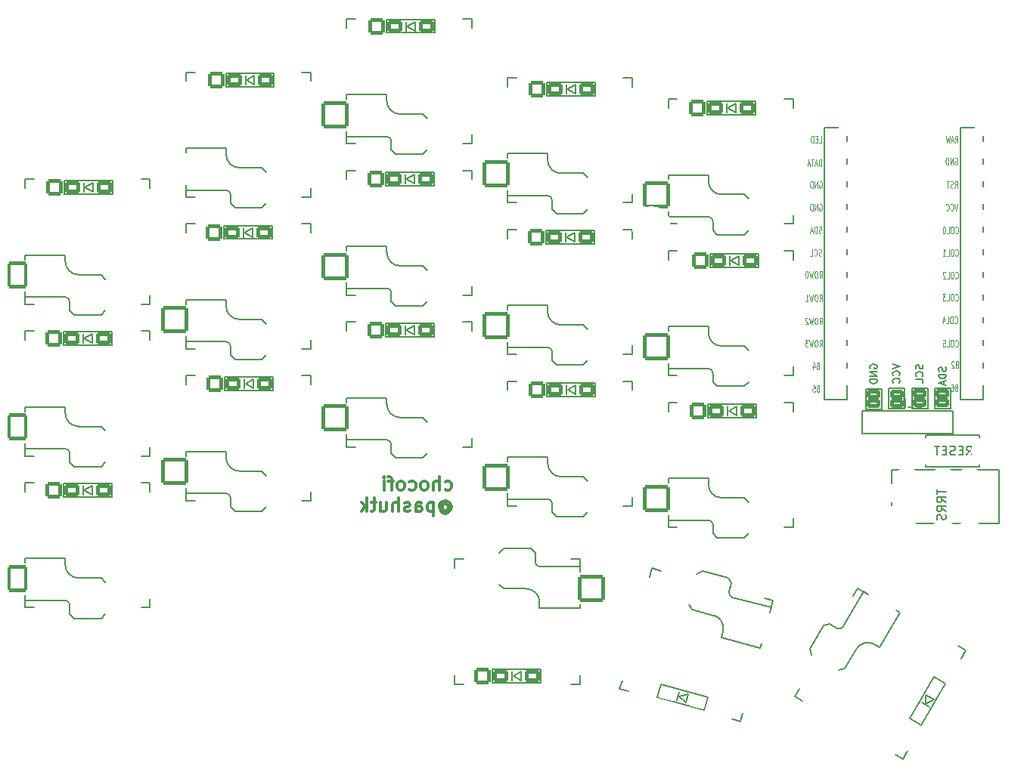
<source format=gbo>
G04 #@! TF.GenerationSoftware,KiCad,Pcbnew,(6.0.0-rc1-307-gc186d1f319)*
G04 #@! TF.CreationDate,2022-03-27T09:47:18+01:00*
G04 #@! TF.ProjectId,chocofi,63686f63-6f66-4692-9e6b-696361645f70,2.1*
G04 #@! TF.SameCoordinates,Original*
G04 #@! TF.FileFunction,Legend,Bot*
G04 #@! TF.FilePolarity,Positive*
%FSLAX46Y46*%
G04 Gerber Fmt 4.6, Leading zero omitted, Abs format (unit mm)*
G04 Created by KiCad (PCBNEW (6.0.0-rc1-307-gc186d1f319)) date 2022-03-27 09:47:18*
%MOMM*%
%LPD*%
G01*
G04 APERTURE LIST*
G04 Aperture macros list*
%AMRoundRect*
0 Rectangle with rounded corners*
0 $1 Rounding radius*
0 $2 $3 $4 $5 $6 $7 $8 $9 X,Y pos of 4 corners*
0 Add a 4 corners polygon primitive as box body*
4,1,4,$2,$3,$4,$5,$6,$7,$8,$9,$2,$3,0*
0 Add four circle primitives for the rounded corners*
1,1,$1+$1,$2,$3*
1,1,$1+$1,$4,$5*
1,1,$1+$1,$6,$7*
1,1,$1+$1,$8,$9*
0 Add four rect primitives between the rounded corners*
20,1,$1+$1,$2,$3,$4,$5,0*
20,1,$1+$1,$4,$5,$6,$7,0*
20,1,$1+$1,$6,$7,$8,$9,0*
20,1,$1+$1,$8,$9,$2,$3,0*%
%AMFreePoly0*
4,1,22,0.216777,1.480194,0.271421,1.441421,1.441421,0.271421,1.488777,0.196056,1.500000,0.130000,1.500000,-1.300000,1.480194,-1.386777,1.424698,-1.456366,1.344504,-1.494986,1.300000,-1.500000,-1.300000,-1.500000,-1.386777,-1.480194,-1.456366,-1.424698,-1.494986,-1.344504,-1.500000,-1.300000,-1.500000,1.300000,-1.480194,1.386777,-1.424698,1.456366,-1.344504,1.494986,-1.300000,1.500000,
0.130000,1.500000,0.216777,1.480194,0.216777,1.480194,$1*%
%AMFreePoly1*
4,1,22,1.111777,1.480194,1.181366,1.424698,1.219986,1.344504,1.225000,1.300000,1.225000,-1.300000,1.205194,-1.386777,1.149698,-1.456366,1.069504,-1.494986,1.025000,-1.500000,-1.025000,-1.500000,-1.111777,-1.480194,-1.181366,-1.424698,-1.219986,-1.344504,-1.225000,-1.300000,-1.225000,0.275000,-1.205194,0.361777,-1.166421,0.416421,-0.141421,1.441421,-0.066056,1.488777,0.000000,1.500000,
1.025000,1.500000,1.111777,1.480194,1.111777,1.480194,$1*%
G04 Aperture macros list end*
%ADD10C,0.300000*%
%ADD11C,0.150000*%
%ADD12C,0.125000*%
%ADD13RoundRect,0.200000X-0.698500X-0.698500X0.698500X-0.698500X0.698500X0.698500X-0.698500X0.698500X0*%
%ADD14RoundRect,0.200000X-0.650000X-0.475000X0.650000X-0.475000X0.650000X0.475000X-0.650000X0.475000X0*%
%ADD15C,1.797000*%
%ADD16RoundRect,0.200000X-0.750791X-0.290582X0.504913X-0.627047X0.750791X0.290582X-0.504913X0.627047X0*%
%ADD17RoundRect,0.200000X-0.855484X-0.493914X0.493914X-0.855484X0.855484X0.493914X-0.493914X0.855484X0*%
%ADD18RoundRect,0.200000X0.255669X-0.954169X0.954169X0.255669X-0.255669X0.954169X-0.954169X-0.255669X0*%
%ADD19RoundRect,0.200000X0.086362X-0.800417X0.736362X0.325417X-0.086362X0.800417X-0.736362X-0.325417X0*%
%ADD20C,1.600000*%
%ADD21O,2.900000X2.100000*%
%ADD22C,2.101800*%
%ADD23C,3.829000*%
%ADD24C,3.400000*%
%ADD25C,1.390600*%
%ADD26FreePoly0,0.000000*%
%ADD27RoundRect,0.200000X-0.925000X-1.300000X0.925000X-1.300000X0.925000X1.300000X-0.925000X1.300000X0*%
%ADD28FreePoly1,0.000000*%
%ADD29RoundRect,0.200000X-1.300000X-1.300000X1.300000X-1.300000X1.300000X1.300000X-1.300000X1.300000X0*%
%ADD30RoundRect,0.200000X-0.937500X-1.300000X0.937500X-1.300000X0.937500X1.300000X-0.937500X1.300000X0*%
%ADD31FreePoly0,180.000000*%
%ADD32RoundRect,0.200000X1.300000X1.300000X-1.300000X1.300000X-1.300000X-1.300000X1.300000X-1.300000X0*%
%ADD33FreePoly0,165.000000*%
%ADD34RoundRect,0.200000X1.592168X0.919239X-0.919239X1.592168X-1.592168X-0.919239X0.919239X-1.592168X0*%
%ADD35FreePoly0,240.000000*%
%ADD36RoundRect,0.200000X-0.475833X1.775833X-1.775833X-0.475833X0.475833X-1.775833X1.775833X0.475833X0*%
%ADD37C,1.924000*%
%ADD38C,2.400000*%
%ADD39C,4.400000*%
%ADD40RoundRect,0.200000X-0.571500X0.317500X-0.571500X-0.317500X0.571500X-0.317500X0.571500X0.317500X0*%
G04 APERTURE END LIST*
D10*
X125935000Y-98149642D02*
X126077857Y-98221071D01*
X126363571Y-98221071D01*
X126506428Y-98149642D01*
X126577857Y-98078214D01*
X126649285Y-97935357D01*
X126649285Y-97506785D01*
X126577857Y-97363928D01*
X126506428Y-97292500D01*
X126363571Y-97221071D01*
X126077857Y-97221071D01*
X125935000Y-97292500D01*
X125292142Y-98221071D02*
X125292142Y-96721071D01*
X124649285Y-98221071D02*
X124649285Y-97435357D01*
X124720714Y-97292500D01*
X124863571Y-97221071D01*
X125077857Y-97221071D01*
X125220714Y-97292500D01*
X125292142Y-97363928D01*
X123720714Y-98221071D02*
X123863571Y-98149642D01*
X123935000Y-98078214D01*
X124006428Y-97935357D01*
X124006428Y-97506785D01*
X123935000Y-97363928D01*
X123863571Y-97292500D01*
X123720714Y-97221071D01*
X123506428Y-97221071D01*
X123363571Y-97292500D01*
X123292142Y-97363928D01*
X123220714Y-97506785D01*
X123220714Y-97935357D01*
X123292142Y-98078214D01*
X123363571Y-98149642D01*
X123506428Y-98221071D01*
X123720714Y-98221071D01*
X121935000Y-98149642D02*
X122077857Y-98221071D01*
X122363571Y-98221071D01*
X122506428Y-98149642D01*
X122577857Y-98078214D01*
X122649285Y-97935357D01*
X122649285Y-97506785D01*
X122577857Y-97363928D01*
X122506428Y-97292500D01*
X122363571Y-97221071D01*
X122077857Y-97221071D01*
X121935000Y-97292500D01*
X121077857Y-98221071D02*
X121220714Y-98149642D01*
X121292142Y-98078214D01*
X121363571Y-97935357D01*
X121363571Y-97506785D01*
X121292142Y-97363928D01*
X121220714Y-97292500D01*
X121077857Y-97221071D01*
X120863571Y-97221071D01*
X120720714Y-97292500D01*
X120649285Y-97363928D01*
X120577857Y-97506785D01*
X120577857Y-97935357D01*
X120649285Y-98078214D01*
X120720714Y-98149642D01*
X120863571Y-98221071D01*
X121077857Y-98221071D01*
X120149285Y-97221071D02*
X119577857Y-97221071D01*
X119935000Y-98221071D02*
X119935000Y-96935357D01*
X119863571Y-96792500D01*
X119720714Y-96721071D01*
X119577857Y-96721071D01*
X119077857Y-98221071D02*
X119077857Y-97221071D01*
X119077857Y-96721071D02*
X119149285Y-96792500D01*
X119077857Y-96863928D01*
X119006428Y-96792500D01*
X119077857Y-96721071D01*
X119077857Y-96863928D01*
X125649285Y-99921785D02*
X125720714Y-99850357D01*
X125863571Y-99778928D01*
X126006428Y-99778928D01*
X126149285Y-99850357D01*
X126220714Y-99921785D01*
X126292142Y-100064642D01*
X126292142Y-100207500D01*
X126220714Y-100350357D01*
X126149285Y-100421785D01*
X126006428Y-100493214D01*
X125863571Y-100493214D01*
X125720714Y-100421785D01*
X125649285Y-100350357D01*
X125649285Y-99778928D02*
X125649285Y-100350357D01*
X125577857Y-100421785D01*
X125506428Y-100421785D01*
X125363571Y-100350357D01*
X125292142Y-100207500D01*
X125292142Y-99850357D01*
X125435000Y-99636071D01*
X125649285Y-99493214D01*
X125935000Y-99421785D01*
X126220714Y-99493214D01*
X126435000Y-99636071D01*
X126577857Y-99850357D01*
X126649285Y-100136071D01*
X126577857Y-100421785D01*
X126435000Y-100636071D01*
X126220714Y-100778928D01*
X125935000Y-100850357D01*
X125649285Y-100778928D01*
X125435000Y-100636071D01*
X124649285Y-99636071D02*
X124649285Y-101136071D01*
X124649285Y-99707500D02*
X124506428Y-99636071D01*
X124220714Y-99636071D01*
X124077857Y-99707500D01*
X124006428Y-99778928D01*
X123935000Y-99921785D01*
X123935000Y-100350357D01*
X124006428Y-100493214D01*
X124077857Y-100564642D01*
X124220714Y-100636071D01*
X124506428Y-100636071D01*
X124649285Y-100564642D01*
X122649285Y-100636071D02*
X122649285Y-99850357D01*
X122720714Y-99707500D01*
X122863571Y-99636071D01*
X123149285Y-99636071D01*
X123292142Y-99707500D01*
X122649285Y-100564642D02*
X122792142Y-100636071D01*
X123149285Y-100636071D01*
X123292142Y-100564642D01*
X123363571Y-100421785D01*
X123363571Y-100278928D01*
X123292142Y-100136071D01*
X123149285Y-100064642D01*
X122792142Y-100064642D01*
X122649285Y-99993214D01*
X122006428Y-100564642D02*
X121863571Y-100636071D01*
X121577857Y-100636071D01*
X121435000Y-100564642D01*
X121363571Y-100421785D01*
X121363571Y-100350357D01*
X121435000Y-100207500D01*
X121577857Y-100136071D01*
X121792142Y-100136071D01*
X121935000Y-100064642D01*
X122006428Y-99921785D01*
X122006428Y-99850357D01*
X121935000Y-99707500D01*
X121792142Y-99636071D01*
X121577857Y-99636071D01*
X121435000Y-99707500D01*
X120720714Y-100636071D02*
X120720714Y-99136071D01*
X120077857Y-100636071D02*
X120077857Y-99850357D01*
X120149285Y-99707500D01*
X120292142Y-99636071D01*
X120506428Y-99636071D01*
X120649285Y-99707500D01*
X120720714Y-99778928D01*
X118720714Y-99636071D02*
X118720714Y-100636071D01*
X119363571Y-99636071D02*
X119363571Y-100421785D01*
X119292142Y-100564642D01*
X119149285Y-100636071D01*
X118935000Y-100636071D01*
X118792142Y-100564642D01*
X118720714Y-100493214D01*
X118220714Y-99636071D02*
X117649285Y-99636071D01*
X118006428Y-99136071D02*
X118006428Y-100421785D01*
X117935000Y-100564642D01*
X117792142Y-100636071D01*
X117649285Y-100636071D01*
X117149285Y-100636071D02*
X117149285Y-99136071D01*
X117006428Y-100064642D02*
X116577857Y-100636071D01*
X116577857Y-99636071D02*
X117149285Y-100207500D01*
D11*
X180998880Y-98123595D02*
X180998880Y-98695023D01*
X181998880Y-98409309D02*
X180998880Y-98409309D01*
X181998880Y-99599785D02*
X181522690Y-99266452D01*
X181998880Y-99028357D02*
X180998880Y-99028357D01*
X180998880Y-99409309D01*
X181046500Y-99504547D01*
X181094119Y-99552166D01*
X181189357Y-99599785D01*
X181332214Y-99599785D01*
X181427452Y-99552166D01*
X181475071Y-99504547D01*
X181522690Y-99409309D01*
X181522690Y-99028357D01*
X181998880Y-100599785D02*
X181522690Y-100266452D01*
X181998880Y-100028357D02*
X180998880Y-100028357D01*
X180998880Y-100409309D01*
X181046500Y-100504547D01*
X181094119Y-100552166D01*
X181189357Y-100599785D01*
X181332214Y-100599785D01*
X181427452Y-100552166D01*
X181475071Y-100504547D01*
X181522690Y-100409309D01*
X181522690Y-100028357D01*
X181951261Y-100980738D02*
X181998880Y-101123595D01*
X181998880Y-101361690D01*
X181951261Y-101456928D01*
X181903642Y-101504547D01*
X181808404Y-101552166D01*
X181713166Y-101552166D01*
X181617928Y-101504547D01*
X181570309Y-101456928D01*
X181522690Y-101361690D01*
X181475071Y-101171214D01*
X181427452Y-101075976D01*
X181379833Y-101028357D01*
X181284595Y-100980738D01*
X181189357Y-100980738D01*
X181094119Y-101028357D01*
X181046500Y-101075976D01*
X180998880Y-101171214D01*
X180998880Y-101409309D01*
X181046500Y-101552166D01*
D12*
X167840952Y-79656685D02*
X168007619Y-79299542D01*
X168126666Y-79656685D02*
X168126666Y-78906685D01*
X167936190Y-78906685D01*
X167888571Y-78942400D01*
X167864761Y-78978114D01*
X167840952Y-79049542D01*
X167840952Y-79156685D01*
X167864761Y-79228114D01*
X167888571Y-79263828D01*
X167936190Y-79299542D01*
X168126666Y-79299542D01*
X167531428Y-78906685D02*
X167436190Y-78906685D01*
X167388571Y-78942400D01*
X167340952Y-79013828D01*
X167317142Y-79156685D01*
X167317142Y-79406685D01*
X167340952Y-79549542D01*
X167388571Y-79620971D01*
X167436190Y-79656685D01*
X167531428Y-79656685D01*
X167579047Y-79620971D01*
X167626666Y-79549542D01*
X167650476Y-79406685D01*
X167650476Y-79156685D01*
X167626666Y-79013828D01*
X167579047Y-78942400D01*
X167531428Y-78906685D01*
X167150476Y-78906685D02*
X167031428Y-79656685D01*
X166936190Y-79120971D01*
X166840952Y-79656685D01*
X166721904Y-78906685D01*
X166555238Y-78978114D02*
X166531428Y-78942400D01*
X166483809Y-78906685D01*
X166364761Y-78906685D01*
X166317142Y-78942400D01*
X166293333Y-78978114D01*
X166269523Y-79049542D01*
X166269523Y-79120971D01*
X166293333Y-79228114D01*
X166579047Y-79656685D01*
X166269523Y-79656685D01*
X183057619Y-76946257D02*
X183081428Y-76981971D01*
X183152857Y-77017685D01*
X183200476Y-77017685D01*
X183271904Y-76981971D01*
X183319523Y-76910542D01*
X183343333Y-76839114D01*
X183367142Y-76696257D01*
X183367142Y-76589114D01*
X183343333Y-76446257D01*
X183319523Y-76374828D01*
X183271904Y-76303400D01*
X183200476Y-76267685D01*
X183152857Y-76267685D01*
X183081428Y-76303400D01*
X183057619Y-76339114D01*
X182748095Y-76267685D02*
X182652857Y-76267685D01*
X182605238Y-76303400D01*
X182557619Y-76374828D01*
X182533809Y-76517685D01*
X182533809Y-76767685D01*
X182557619Y-76910542D01*
X182605238Y-76981971D01*
X182652857Y-77017685D01*
X182748095Y-77017685D01*
X182795714Y-76981971D01*
X182843333Y-76910542D01*
X182867142Y-76767685D01*
X182867142Y-76517685D01*
X182843333Y-76374828D01*
X182795714Y-76303400D01*
X182748095Y-76267685D01*
X182081428Y-77017685D02*
X182319523Y-77017685D01*
X182319523Y-76267685D01*
X181962380Y-76267685D02*
X181652857Y-76267685D01*
X181819523Y-76553400D01*
X181748095Y-76553400D01*
X181700476Y-76589114D01*
X181676666Y-76624828D01*
X181652857Y-76696257D01*
X181652857Y-76874828D01*
X181676666Y-76946257D01*
X181700476Y-76981971D01*
X181748095Y-77017685D01*
X181890952Y-77017685D01*
X181938571Y-76981971D01*
X181962380Y-76946257D01*
X183046238Y-59273185D02*
X183212904Y-58916042D01*
X183331952Y-59273185D02*
X183331952Y-58523185D01*
X183141476Y-58523185D01*
X183093857Y-58558900D01*
X183070047Y-58594614D01*
X183046238Y-58666042D01*
X183046238Y-58773185D01*
X183070047Y-58844614D01*
X183093857Y-58880328D01*
X183141476Y-58916042D01*
X183331952Y-58916042D01*
X182855761Y-59058900D02*
X182617666Y-59058900D01*
X182903380Y-59273185D02*
X182736714Y-58523185D01*
X182570047Y-59273185D01*
X182451000Y-58523185D02*
X182331952Y-59273185D01*
X182236714Y-58737471D01*
X182141476Y-59273185D01*
X182022428Y-58523185D01*
X167782428Y-59273185D02*
X168020523Y-59273185D01*
X168020523Y-58523185D01*
X167615761Y-58880328D02*
X167449095Y-58880328D01*
X167377666Y-59273185D02*
X167615761Y-59273185D01*
X167615761Y-58523185D01*
X167377666Y-58523185D01*
X167163380Y-59273185D02*
X167163380Y-58523185D01*
X167044333Y-58523185D01*
X166972904Y-58558900D01*
X166925285Y-58630328D01*
X166901476Y-58701757D01*
X166877666Y-58844614D01*
X166877666Y-58951757D01*
X166901476Y-59094614D01*
X166925285Y-59166042D01*
X166972904Y-59237471D01*
X167044333Y-59273185D01*
X167163380Y-59273185D01*
X168056238Y-71937471D02*
X167984809Y-71973185D01*
X167865761Y-71973185D01*
X167818142Y-71937471D01*
X167794333Y-71901757D01*
X167770523Y-71830328D01*
X167770523Y-71758900D01*
X167794333Y-71687471D01*
X167818142Y-71651757D01*
X167865761Y-71616042D01*
X167961000Y-71580328D01*
X168008619Y-71544614D01*
X168032428Y-71508900D01*
X168056238Y-71437471D01*
X168056238Y-71366042D01*
X168032428Y-71294614D01*
X168008619Y-71258900D01*
X167961000Y-71223185D01*
X167841952Y-71223185D01*
X167770523Y-71258900D01*
X167270523Y-71901757D02*
X167294333Y-71937471D01*
X167365761Y-71973185D01*
X167413380Y-71973185D01*
X167484809Y-71937471D01*
X167532428Y-71866042D01*
X167556238Y-71794614D01*
X167580047Y-71651757D01*
X167580047Y-71544614D01*
X167556238Y-71401757D01*
X167532428Y-71330328D01*
X167484809Y-71258900D01*
X167413380Y-71223185D01*
X167365761Y-71223185D01*
X167294333Y-71258900D01*
X167270523Y-71294614D01*
X166818142Y-71973185D02*
X167056238Y-71973185D01*
X167056238Y-71223185D01*
X183157380Y-86756828D02*
X183085952Y-86792542D01*
X183062142Y-86828257D01*
X183038333Y-86899685D01*
X183038333Y-87006828D01*
X183062142Y-87078257D01*
X183085952Y-87113971D01*
X183133571Y-87149685D01*
X183324047Y-87149685D01*
X183324047Y-86399685D01*
X183157380Y-86399685D01*
X183109761Y-86435400D01*
X183085952Y-86471114D01*
X183062142Y-86542542D01*
X183062142Y-86613971D01*
X183085952Y-86685400D01*
X183109761Y-86721114D01*
X183157380Y-86756828D01*
X183324047Y-86756828D01*
X182609761Y-86399685D02*
X182705000Y-86399685D01*
X182752619Y-86435400D01*
X182776428Y-86471114D01*
X182824047Y-86578257D01*
X182847857Y-86721114D01*
X182847857Y-87006828D01*
X182824047Y-87078257D01*
X182800238Y-87113971D01*
X182752619Y-87149685D01*
X182657380Y-87149685D01*
X182609761Y-87113971D01*
X182585952Y-87078257D01*
X182562142Y-87006828D01*
X182562142Y-86828257D01*
X182585952Y-86756828D01*
X182609761Y-86721114D01*
X182657380Y-86685400D01*
X182752619Y-86685400D01*
X182800238Y-86721114D01*
X182824047Y-86756828D01*
X182847857Y-86828257D01*
X167840952Y-74449685D02*
X168007619Y-74092542D01*
X168126666Y-74449685D02*
X168126666Y-73699685D01*
X167936190Y-73699685D01*
X167888571Y-73735400D01*
X167864761Y-73771114D01*
X167840952Y-73842542D01*
X167840952Y-73949685D01*
X167864761Y-74021114D01*
X167888571Y-74056828D01*
X167936190Y-74092542D01*
X168126666Y-74092542D01*
X167531428Y-73699685D02*
X167436190Y-73699685D01*
X167388571Y-73735400D01*
X167340952Y-73806828D01*
X167317142Y-73949685D01*
X167317142Y-74199685D01*
X167340952Y-74342542D01*
X167388571Y-74413971D01*
X167436190Y-74449685D01*
X167531428Y-74449685D01*
X167579047Y-74413971D01*
X167626666Y-74342542D01*
X167650476Y-74199685D01*
X167650476Y-73949685D01*
X167626666Y-73806828D01*
X167579047Y-73735400D01*
X167531428Y-73699685D01*
X167150476Y-73699685D02*
X167031428Y-74449685D01*
X166936190Y-73913971D01*
X166840952Y-74449685D01*
X166721904Y-73699685D01*
X166436190Y-73699685D02*
X166388571Y-73699685D01*
X166340952Y-73735400D01*
X166317142Y-73771114D01*
X166293333Y-73842542D01*
X166269523Y-73985400D01*
X166269523Y-74163971D01*
X166293333Y-74306828D01*
X166317142Y-74378257D01*
X166340952Y-74413971D01*
X166388571Y-74449685D01*
X166436190Y-74449685D01*
X166483809Y-74413971D01*
X166507619Y-74378257D01*
X166531428Y-74306828D01*
X166555238Y-74163971D01*
X166555238Y-73985400D01*
X166531428Y-73842542D01*
X166507619Y-73771114D01*
X166483809Y-73735400D01*
X166436190Y-73699685D01*
X183057619Y-82096257D02*
X183081428Y-82131971D01*
X183152857Y-82167685D01*
X183200476Y-82167685D01*
X183271904Y-82131971D01*
X183319523Y-82060542D01*
X183343333Y-81989114D01*
X183367142Y-81846257D01*
X183367142Y-81739114D01*
X183343333Y-81596257D01*
X183319523Y-81524828D01*
X183271904Y-81453400D01*
X183200476Y-81417685D01*
X183152857Y-81417685D01*
X183081428Y-81453400D01*
X183057619Y-81489114D01*
X182748095Y-81417685D02*
X182652857Y-81417685D01*
X182605238Y-81453400D01*
X182557619Y-81524828D01*
X182533809Y-81667685D01*
X182533809Y-81917685D01*
X182557619Y-82060542D01*
X182605238Y-82131971D01*
X182652857Y-82167685D01*
X182748095Y-82167685D01*
X182795714Y-82131971D01*
X182843333Y-82060542D01*
X182867142Y-81917685D01*
X182867142Y-81667685D01*
X182843333Y-81524828D01*
X182795714Y-81453400D01*
X182748095Y-81417685D01*
X182081428Y-82167685D02*
X182319523Y-82167685D01*
X182319523Y-81417685D01*
X181676666Y-81417685D02*
X181914761Y-81417685D01*
X181938571Y-81774828D01*
X181914761Y-81739114D01*
X181867142Y-81703400D01*
X181748095Y-81703400D01*
X181700476Y-81739114D01*
X181676666Y-81774828D01*
X181652857Y-81846257D01*
X181652857Y-82024828D01*
X181676666Y-82096257D01*
X181700476Y-82131971D01*
X181748095Y-82167685D01*
X181867142Y-82167685D01*
X181914761Y-82131971D01*
X181938571Y-82096257D01*
D11*
D12*
X168060000Y-61917685D02*
X168060000Y-61167685D01*
X167940952Y-61167685D01*
X167869523Y-61203400D01*
X167821904Y-61274828D01*
X167798095Y-61346257D01*
X167774285Y-61489114D01*
X167774285Y-61596257D01*
X167798095Y-61739114D01*
X167821904Y-61810542D01*
X167869523Y-61881971D01*
X167940952Y-61917685D01*
X168060000Y-61917685D01*
X167583809Y-61703400D02*
X167345714Y-61703400D01*
X167631428Y-61917685D02*
X167464761Y-61167685D01*
X167298095Y-61917685D01*
X167202857Y-61167685D02*
X166917142Y-61167685D01*
X167060000Y-61917685D02*
X167060000Y-61167685D01*
X166774285Y-61703400D02*
X166536190Y-61703400D01*
X166821904Y-61917685D02*
X166655238Y-61167685D01*
X166488571Y-61917685D01*
X183304166Y-66143185D02*
X183137500Y-66893185D01*
X182970833Y-66143185D01*
X182518452Y-66821757D02*
X182542261Y-66857471D01*
X182613690Y-66893185D01*
X182661309Y-66893185D01*
X182732738Y-66857471D01*
X182780357Y-66786042D01*
X182804166Y-66714614D01*
X182827976Y-66571757D01*
X182827976Y-66464614D01*
X182804166Y-66321757D01*
X182780357Y-66250328D01*
X182732738Y-66178900D01*
X182661309Y-66143185D01*
X182613690Y-66143185D01*
X182542261Y-66178900D01*
X182518452Y-66214614D01*
X182018452Y-66821757D02*
X182042261Y-66857471D01*
X182113690Y-66893185D01*
X182161309Y-66893185D01*
X182232738Y-66857471D01*
X182280357Y-66786042D01*
X182304166Y-66714614D01*
X182327976Y-66571757D01*
X182327976Y-66464614D01*
X182304166Y-66321757D01*
X182280357Y-66250328D01*
X182232738Y-66178900D01*
X182161309Y-66143185D01*
X182113690Y-66143185D01*
X182042261Y-66178900D01*
X182018452Y-66214614D01*
X183220880Y-84153328D02*
X183149452Y-84189042D01*
X183125642Y-84224757D01*
X183101833Y-84296185D01*
X183101833Y-84403328D01*
X183125642Y-84474757D01*
X183149452Y-84510471D01*
X183197071Y-84546185D01*
X183387547Y-84546185D01*
X183387547Y-83796185D01*
X183220880Y-83796185D01*
X183173261Y-83831900D01*
X183149452Y-83867614D01*
X183125642Y-83939042D01*
X183125642Y-84010471D01*
X183149452Y-84081900D01*
X183173261Y-84117614D01*
X183220880Y-84153328D01*
X183387547Y-84153328D01*
X182911357Y-83867614D02*
X182887547Y-83831900D01*
X182839928Y-83796185D01*
X182720880Y-83796185D01*
X182673261Y-83831900D01*
X182649452Y-83867614D01*
X182625642Y-83939042D01*
X182625642Y-84010471D01*
X182649452Y-84117614D01*
X182935166Y-84546185D01*
X182625642Y-84546185D01*
X167841952Y-63638900D02*
X167889571Y-63603185D01*
X167961000Y-63603185D01*
X168032428Y-63638900D01*
X168080047Y-63710328D01*
X168103857Y-63781757D01*
X168127666Y-63924614D01*
X168127666Y-64031757D01*
X168103857Y-64174614D01*
X168080047Y-64246042D01*
X168032428Y-64317471D01*
X167961000Y-64353185D01*
X167913380Y-64353185D01*
X167841952Y-64317471D01*
X167818142Y-64281757D01*
X167818142Y-64031757D01*
X167913380Y-64031757D01*
X167603857Y-64353185D02*
X167603857Y-63603185D01*
X167318142Y-64353185D01*
X167318142Y-63603185D01*
X167080047Y-64353185D02*
X167080047Y-63603185D01*
X166961000Y-63603185D01*
X166889571Y-63638900D01*
X166841952Y-63710328D01*
X166818142Y-63781757D01*
X166794333Y-63924614D01*
X166794333Y-64031757D01*
X166818142Y-64174614D01*
X166841952Y-64246042D01*
X166889571Y-64317471D01*
X166961000Y-64353185D01*
X167080047Y-64353185D01*
X183007619Y-79458257D02*
X183031428Y-79493971D01*
X183102857Y-79529685D01*
X183150476Y-79529685D01*
X183221904Y-79493971D01*
X183269523Y-79422542D01*
X183293333Y-79351114D01*
X183317142Y-79208257D01*
X183317142Y-79101114D01*
X183293333Y-78958257D01*
X183269523Y-78886828D01*
X183221904Y-78815400D01*
X183150476Y-78779685D01*
X183102857Y-78779685D01*
X183031428Y-78815400D01*
X183007619Y-78851114D01*
X182698095Y-78779685D02*
X182602857Y-78779685D01*
X182555238Y-78815400D01*
X182507619Y-78886828D01*
X182483809Y-79029685D01*
X182483809Y-79279685D01*
X182507619Y-79422542D01*
X182555238Y-79493971D01*
X182602857Y-79529685D01*
X182698095Y-79529685D01*
X182745714Y-79493971D01*
X182793333Y-79422542D01*
X182817142Y-79279685D01*
X182817142Y-79029685D01*
X182793333Y-78886828D01*
X182745714Y-78815400D01*
X182698095Y-78779685D01*
X182031428Y-79529685D02*
X182269523Y-79529685D01*
X182269523Y-78779685D01*
X181650476Y-79029685D02*
X181650476Y-79529685D01*
X181769523Y-78743971D02*
X181888571Y-79279685D01*
X181579047Y-79279685D01*
X168068142Y-69397471D02*
X167996714Y-69433185D01*
X167877666Y-69433185D01*
X167830047Y-69397471D01*
X167806238Y-69361757D01*
X167782428Y-69290328D01*
X167782428Y-69218900D01*
X167806238Y-69147471D01*
X167830047Y-69111757D01*
X167877666Y-69076042D01*
X167972904Y-69040328D01*
X168020523Y-69004614D01*
X168044333Y-68968900D01*
X168068142Y-68897471D01*
X168068142Y-68826042D01*
X168044333Y-68754614D01*
X168020523Y-68718900D01*
X167972904Y-68683185D01*
X167853857Y-68683185D01*
X167782428Y-68718900D01*
X167568142Y-69433185D02*
X167568142Y-68683185D01*
X167449095Y-68683185D01*
X167377666Y-68718900D01*
X167330047Y-68790328D01*
X167306238Y-68861757D01*
X167282428Y-69004614D01*
X167282428Y-69111757D01*
X167306238Y-69254614D01*
X167330047Y-69326042D01*
X167377666Y-69397471D01*
X167449095Y-69433185D01*
X167568142Y-69433185D01*
X167091952Y-69218900D02*
X166853857Y-69218900D01*
X167139571Y-69433185D02*
X166972904Y-68683185D01*
X166806238Y-69433185D01*
X182974809Y-64353185D02*
X183141476Y-63996042D01*
X183260523Y-64353185D02*
X183260523Y-63603185D01*
X183070047Y-63603185D01*
X183022428Y-63638900D01*
X182998619Y-63674614D01*
X182974809Y-63746042D01*
X182974809Y-63853185D01*
X182998619Y-63924614D01*
X183022428Y-63960328D01*
X183070047Y-63996042D01*
X183260523Y-63996042D01*
X182784333Y-64317471D02*
X182712904Y-64353185D01*
X182593857Y-64353185D01*
X182546238Y-64317471D01*
X182522428Y-64281757D01*
X182498619Y-64210328D01*
X182498619Y-64138900D01*
X182522428Y-64067471D01*
X182546238Y-64031757D01*
X182593857Y-63996042D01*
X182689095Y-63960328D01*
X182736714Y-63924614D01*
X182760523Y-63888900D01*
X182784333Y-63817471D01*
X182784333Y-63746042D01*
X182760523Y-63674614D01*
X182736714Y-63638900D01*
X182689095Y-63603185D01*
X182570047Y-63603185D01*
X182498619Y-63638900D01*
X182355761Y-63603185D02*
X182070047Y-63603185D01*
X182212904Y-64353185D02*
X182212904Y-63603185D01*
X183057619Y-71901757D02*
X183081428Y-71937471D01*
X183152857Y-71973185D01*
X183200476Y-71973185D01*
X183271904Y-71937471D01*
X183319523Y-71866042D01*
X183343333Y-71794614D01*
X183367142Y-71651757D01*
X183367142Y-71544614D01*
X183343333Y-71401757D01*
X183319523Y-71330328D01*
X183271904Y-71258900D01*
X183200476Y-71223185D01*
X183152857Y-71223185D01*
X183081428Y-71258900D01*
X183057619Y-71294614D01*
X182748095Y-71223185D02*
X182652857Y-71223185D01*
X182605238Y-71258900D01*
X182557619Y-71330328D01*
X182533809Y-71473185D01*
X182533809Y-71723185D01*
X182557619Y-71866042D01*
X182605238Y-71937471D01*
X182652857Y-71973185D01*
X182748095Y-71973185D01*
X182795714Y-71937471D01*
X182843333Y-71866042D01*
X182867142Y-71723185D01*
X182867142Y-71473185D01*
X182843333Y-71330328D01*
X182795714Y-71258900D01*
X182748095Y-71223185D01*
X182081428Y-71973185D02*
X182319523Y-71973185D01*
X182319523Y-71223185D01*
X181652857Y-71973185D02*
X181938571Y-71973185D01*
X181795714Y-71973185D02*
X181795714Y-71223185D01*
X181843333Y-71330328D01*
X181890952Y-71401757D01*
X181938571Y-71437471D01*
X183018452Y-61035400D02*
X183066071Y-60999685D01*
X183137500Y-60999685D01*
X183208928Y-61035400D01*
X183256547Y-61106828D01*
X183280357Y-61178257D01*
X183304166Y-61321114D01*
X183304166Y-61428257D01*
X183280357Y-61571114D01*
X183256547Y-61642542D01*
X183208928Y-61713971D01*
X183137500Y-61749685D01*
X183089880Y-61749685D01*
X183018452Y-61713971D01*
X182994642Y-61678257D01*
X182994642Y-61428257D01*
X183089880Y-61428257D01*
X182780357Y-61749685D02*
X182780357Y-60999685D01*
X182494642Y-61749685D01*
X182494642Y-60999685D01*
X182256547Y-61749685D02*
X182256547Y-60999685D01*
X182137500Y-60999685D01*
X182066071Y-61035400D01*
X182018452Y-61106828D01*
X181994642Y-61178257D01*
X181970833Y-61321114D01*
X181970833Y-61428257D01*
X181994642Y-61571114D01*
X182018452Y-61642542D01*
X182066071Y-61713971D01*
X182137500Y-61749685D01*
X182256547Y-61749685D01*
X183057619Y-74446257D02*
X183081428Y-74481971D01*
X183152857Y-74517685D01*
X183200476Y-74517685D01*
X183271904Y-74481971D01*
X183319523Y-74410542D01*
X183343333Y-74339114D01*
X183367142Y-74196257D01*
X183367142Y-74089114D01*
X183343333Y-73946257D01*
X183319523Y-73874828D01*
X183271904Y-73803400D01*
X183200476Y-73767685D01*
X183152857Y-73767685D01*
X183081428Y-73803400D01*
X183057619Y-73839114D01*
X182748095Y-73767685D02*
X182652857Y-73767685D01*
X182605238Y-73803400D01*
X182557619Y-73874828D01*
X182533809Y-74017685D01*
X182533809Y-74267685D01*
X182557619Y-74410542D01*
X182605238Y-74481971D01*
X182652857Y-74517685D01*
X182748095Y-74517685D01*
X182795714Y-74481971D01*
X182843333Y-74410542D01*
X182867142Y-74267685D01*
X182867142Y-74017685D01*
X182843333Y-73874828D01*
X182795714Y-73803400D01*
X182748095Y-73767685D01*
X182081428Y-74517685D02*
X182319523Y-74517685D01*
X182319523Y-73767685D01*
X181938571Y-73839114D02*
X181914761Y-73803400D01*
X181867142Y-73767685D01*
X181748095Y-73767685D01*
X181700476Y-73803400D01*
X181676666Y-73839114D01*
X181652857Y-73910542D01*
X181652857Y-73981971D01*
X181676666Y-74089114D01*
X181962380Y-74517685D01*
X181652857Y-74517685D01*
X167841952Y-66178900D02*
X167889571Y-66143185D01*
X167961000Y-66143185D01*
X168032428Y-66178900D01*
X168080047Y-66250328D01*
X168103857Y-66321757D01*
X168127666Y-66464614D01*
X168127666Y-66571757D01*
X168103857Y-66714614D01*
X168080047Y-66786042D01*
X168032428Y-66857471D01*
X167961000Y-66893185D01*
X167913380Y-66893185D01*
X167841952Y-66857471D01*
X167818142Y-66821757D01*
X167818142Y-66571757D01*
X167913380Y-66571757D01*
X167603857Y-66893185D02*
X167603857Y-66143185D01*
X167318142Y-66893185D01*
X167318142Y-66143185D01*
X167080047Y-66893185D02*
X167080047Y-66143185D01*
X166961000Y-66143185D01*
X166889571Y-66178900D01*
X166841952Y-66250328D01*
X166818142Y-66321757D01*
X166794333Y-66464614D01*
X166794333Y-66571757D01*
X166818142Y-66714614D01*
X166841952Y-66786042D01*
X166889571Y-66857471D01*
X166961000Y-66893185D01*
X167080047Y-66893185D01*
X167840952Y-82167685D02*
X168007619Y-81810542D01*
X168126666Y-82167685D02*
X168126666Y-81417685D01*
X167936190Y-81417685D01*
X167888571Y-81453400D01*
X167864761Y-81489114D01*
X167840952Y-81560542D01*
X167840952Y-81667685D01*
X167864761Y-81739114D01*
X167888571Y-81774828D01*
X167936190Y-81810542D01*
X168126666Y-81810542D01*
X167531428Y-81417685D02*
X167436190Y-81417685D01*
X167388571Y-81453400D01*
X167340952Y-81524828D01*
X167317142Y-81667685D01*
X167317142Y-81917685D01*
X167340952Y-82060542D01*
X167388571Y-82131971D01*
X167436190Y-82167685D01*
X167531428Y-82167685D01*
X167579047Y-82131971D01*
X167626666Y-82060542D01*
X167650476Y-81917685D01*
X167650476Y-81667685D01*
X167626666Y-81524828D01*
X167579047Y-81453400D01*
X167531428Y-81417685D01*
X167150476Y-81417685D02*
X167031428Y-82167685D01*
X166936190Y-81631971D01*
X166840952Y-82167685D01*
X166721904Y-81417685D01*
X166579047Y-81417685D02*
X166269523Y-81417685D01*
X166436190Y-81703400D01*
X166364761Y-81703400D01*
X166317142Y-81739114D01*
X166293333Y-81774828D01*
X166269523Y-81846257D01*
X166269523Y-82024828D01*
X166293333Y-82096257D01*
X166317142Y-82131971D01*
X166364761Y-82167685D01*
X166507619Y-82167685D01*
X166555238Y-82131971D01*
X166579047Y-82096257D01*
X167663380Y-84280328D02*
X167591952Y-84316042D01*
X167568142Y-84351757D01*
X167544333Y-84423185D01*
X167544333Y-84530328D01*
X167568142Y-84601757D01*
X167591952Y-84637471D01*
X167639571Y-84673185D01*
X167830047Y-84673185D01*
X167830047Y-83923185D01*
X167663380Y-83923185D01*
X167615761Y-83958900D01*
X167591952Y-83994614D01*
X167568142Y-84066042D01*
X167568142Y-84137471D01*
X167591952Y-84208900D01*
X167615761Y-84244614D01*
X167663380Y-84280328D01*
X167830047Y-84280328D01*
X167115761Y-84173185D02*
X167115761Y-84673185D01*
X167234809Y-83887471D02*
X167353857Y-84423185D01*
X167044333Y-84423185D01*
X183057619Y-69396257D02*
X183081428Y-69431971D01*
X183152857Y-69467685D01*
X183200476Y-69467685D01*
X183271904Y-69431971D01*
X183319523Y-69360542D01*
X183343333Y-69289114D01*
X183367142Y-69146257D01*
X183367142Y-69039114D01*
X183343333Y-68896257D01*
X183319523Y-68824828D01*
X183271904Y-68753400D01*
X183200476Y-68717685D01*
X183152857Y-68717685D01*
X183081428Y-68753400D01*
X183057619Y-68789114D01*
X182748095Y-68717685D02*
X182652857Y-68717685D01*
X182605238Y-68753400D01*
X182557619Y-68824828D01*
X182533809Y-68967685D01*
X182533809Y-69217685D01*
X182557619Y-69360542D01*
X182605238Y-69431971D01*
X182652857Y-69467685D01*
X182748095Y-69467685D01*
X182795714Y-69431971D01*
X182843333Y-69360542D01*
X182867142Y-69217685D01*
X182867142Y-68967685D01*
X182843333Y-68824828D01*
X182795714Y-68753400D01*
X182748095Y-68717685D01*
X182081428Y-69467685D02*
X182319523Y-69467685D01*
X182319523Y-68717685D01*
X181819523Y-68717685D02*
X181771904Y-68717685D01*
X181724285Y-68753400D01*
X181700476Y-68789114D01*
X181676666Y-68860542D01*
X181652857Y-69003400D01*
X181652857Y-69181971D01*
X181676666Y-69324828D01*
X181700476Y-69396257D01*
X181724285Y-69431971D01*
X181771904Y-69467685D01*
X181819523Y-69467685D01*
X181867142Y-69431971D01*
X181890952Y-69396257D01*
X181914761Y-69324828D01*
X181938571Y-69181971D01*
X181938571Y-69003400D01*
X181914761Y-68860542D01*
X181890952Y-68789114D01*
X181867142Y-68753400D01*
X181819523Y-68717685D01*
X167840952Y-77053185D02*
X168007619Y-76696042D01*
X168126666Y-77053185D02*
X168126666Y-76303185D01*
X167936190Y-76303185D01*
X167888571Y-76338900D01*
X167864761Y-76374614D01*
X167840952Y-76446042D01*
X167840952Y-76553185D01*
X167864761Y-76624614D01*
X167888571Y-76660328D01*
X167936190Y-76696042D01*
X168126666Y-76696042D01*
X167531428Y-76303185D02*
X167436190Y-76303185D01*
X167388571Y-76338900D01*
X167340952Y-76410328D01*
X167317142Y-76553185D01*
X167317142Y-76803185D01*
X167340952Y-76946042D01*
X167388571Y-77017471D01*
X167436190Y-77053185D01*
X167531428Y-77053185D01*
X167579047Y-77017471D01*
X167626666Y-76946042D01*
X167650476Y-76803185D01*
X167650476Y-76553185D01*
X167626666Y-76410328D01*
X167579047Y-76338900D01*
X167531428Y-76303185D01*
X167150476Y-76303185D02*
X167031428Y-77053185D01*
X166936190Y-76517471D01*
X166840952Y-77053185D01*
X166721904Y-76303185D01*
X166269523Y-77053185D02*
X166555238Y-77053185D01*
X166412380Y-77053185D02*
X166412380Y-76303185D01*
X166460000Y-76410328D01*
X166507619Y-76481757D01*
X166555238Y-76517471D01*
D11*
D12*
X167663380Y-86820328D02*
X167591952Y-86856042D01*
X167568142Y-86891757D01*
X167544333Y-86963185D01*
X167544333Y-87070328D01*
X167568142Y-87141757D01*
X167591952Y-87177471D01*
X167639571Y-87213185D01*
X167830047Y-87213185D01*
X167830047Y-86463185D01*
X167663380Y-86463185D01*
X167615761Y-86498900D01*
X167591952Y-86534614D01*
X167568142Y-86606042D01*
X167568142Y-86677471D01*
X167591952Y-86748900D01*
X167615761Y-86784614D01*
X167663380Y-86820328D01*
X167830047Y-86820328D01*
X167091952Y-86463185D02*
X167330047Y-86463185D01*
X167353857Y-86820328D01*
X167330047Y-86784614D01*
X167282428Y-86748900D01*
X167163380Y-86748900D01*
X167115761Y-86784614D01*
X167091952Y-86820328D01*
X167068142Y-86891757D01*
X167068142Y-87070328D01*
X167091952Y-87141757D01*
X167115761Y-87177471D01*
X167163380Y-87213185D01*
X167282428Y-87213185D01*
X167330047Y-87177471D01*
X167353857Y-87141757D01*
D11*
X179132380Y-87960780D02*
X178941904Y-87960780D01*
X178846666Y-88008400D01*
X178751428Y-88103638D01*
X178703809Y-88294114D01*
X178703809Y-88627447D01*
X178751428Y-88817923D01*
X178846666Y-88913161D01*
X178941904Y-88960780D01*
X179132380Y-88960780D01*
X179227619Y-88913161D01*
X179322857Y-88817923D01*
X179370476Y-88627447D01*
X179370476Y-88294114D01*
X179322857Y-88103638D01*
X179227619Y-88008400D01*
X179132380Y-87960780D01*
X177799047Y-88960780D02*
X178275238Y-88960780D01*
X178275238Y-87960780D01*
X177465714Y-88436971D02*
X177132380Y-88436971D01*
X176989523Y-88960780D02*
X177465714Y-88960780D01*
X177465714Y-87960780D01*
X176989523Y-87960780D01*
X176560952Y-88960780D02*
X176560952Y-87960780D01*
X176322857Y-87960780D01*
X176180000Y-88008400D01*
X176084761Y-88103638D01*
X176037142Y-88198876D01*
X175989523Y-88389352D01*
X175989523Y-88532209D01*
X176037142Y-88722685D01*
X176084761Y-88817923D01*
X176180000Y-88913161D01*
X176322857Y-88960780D01*
X176560952Y-88960780D01*
X184332380Y-94305380D02*
X184665714Y-93829190D01*
X184903809Y-94305380D02*
X184903809Y-93305380D01*
X184522857Y-93305380D01*
X184427619Y-93353000D01*
X184380000Y-93400619D01*
X184332380Y-93495857D01*
X184332380Y-93638714D01*
X184380000Y-93733952D01*
X184427619Y-93781571D01*
X184522857Y-93829190D01*
X184903809Y-93829190D01*
X183903809Y-93781571D02*
X183570476Y-93781571D01*
X183427619Y-94305380D02*
X183903809Y-94305380D01*
X183903809Y-93305380D01*
X183427619Y-93305380D01*
X183046666Y-94257761D02*
X182903809Y-94305380D01*
X182665714Y-94305380D01*
X182570476Y-94257761D01*
X182522857Y-94210142D01*
X182475238Y-94114904D01*
X182475238Y-94019666D01*
X182522857Y-93924428D01*
X182570476Y-93876809D01*
X182665714Y-93829190D01*
X182856190Y-93781571D01*
X182951428Y-93733952D01*
X182999047Y-93686333D01*
X183046666Y-93591095D01*
X183046666Y-93495857D01*
X182999047Y-93400619D01*
X182951428Y-93353000D01*
X182856190Y-93305380D01*
X182618095Y-93305380D01*
X182475238Y-93353000D01*
X182046666Y-93781571D02*
X181713333Y-93781571D01*
X181570476Y-94305380D02*
X182046666Y-94305380D01*
X182046666Y-93305380D01*
X181570476Y-93305380D01*
X181284761Y-93305380D02*
X180713333Y-93305380D01*
X180999047Y-94305380D02*
X180999047Y-93305380D01*
X176034895Y-84100666D02*
X176847695Y-84371600D01*
X176034895Y-84642533D01*
X176770285Y-85377923D02*
X176808990Y-85339219D01*
X176847695Y-85223104D01*
X176847695Y-85145695D01*
X176808990Y-85029580D01*
X176731580Y-84952171D01*
X176654171Y-84913466D01*
X176499352Y-84874761D01*
X176383238Y-84874761D01*
X176228419Y-84913466D01*
X176151009Y-84952171D01*
X176073600Y-85029580D01*
X176034895Y-85145695D01*
X176034895Y-85223104D01*
X176073600Y-85339219D01*
X176112304Y-85377923D01*
X176770285Y-86190723D02*
X176808990Y-86152019D01*
X176847695Y-86035904D01*
X176847695Y-85958495D01*
X176808990Y-85842380D01*
X176731580Y-85764971D01*
X176654171Y-85726266D01*
X176499352Y-85687561D01*
X176383238Y-85687561D01*
X176228419Y-85726266D01*
X176151009Y-85764971D01*
X176073600Y-85842380D01*
X176034895Y-85958495D01*
X176034895Y-86035904D01*
X176073600Y-86152019D01*
X176112304Y-86190723D01*
X173523600Y-84594723D02*
X173484895Y-84517314D01*
X173484895Y-84401200D01*
X173523600Y-84285085D01*
X173601009Y-84207676D01*
X173678419Y-84168971D01*
X173833238Y-84130266D01*
X173949352Y-84130266D01*
X174104171Y-84168971D01*
X174181580Y-84207676D01*
X174258990Y-84285085D01*
X174297695Y-84401200D01*
X174297695Y-84478609D01*
X174258990Y-84594723D01*
X174220285Y-84633428D01*
X173949352Y-84633428D01*
X173949352Y-84478609D01*
X174297695Y-84981771D02*
X173484895Y-84981771D01*
X174297695Y-85446228D01*
X173484895Y-85446228D01*
X174297695Y-85833276D02*
X173484895Y-85833276D01*
X173484895Y-86026800D01*
X173523600Y-86142914D01*
X173601009Y-86220323D01*
X173678419Y-86259028D01*
X173833238Y-86297733D01*
X173949352Y-86297733D01*
X174104171Y-86259028D01*
X174181580Y-86220323D01*
X174258990Y-86142914D01*
X174297695Y-86026800D01*
X174297695Y-85833276D01*
X181968990Y-84457066D02*
X182007695Y-84573180D01*
X182007695Y-84766704D01*
X181968990Y-84844114D01*
X181930285Y-84882819D01*
X181852876Y-84921523D01*
X181775466Y-84921523D01*
X181698057Y-84882819D01*
X181659352Y-84844114D01*
X181620647Y-84766704D01*
X181581942Y-84611885D01*
X181543238Y-84534476D01*
X181504533Y-84495771D01*
X181427123Y-84457066D01*
X181349714Y-84457066D01*
X181272304Y-84495771D01*
X181233600Y-84534476D01*
X181194895Y-84611885D01*
X181194895Y-84805409D01*
X181233600Y-84921523D01*
X182007695Y-85269866D02*
X181194895Y-85269866D01*
X181194895Y-85463390D01*
X181233600Y-85579504D01*
X181311009Y-85656914D01*
X181388419Y-85695619D01*
X181543238Y-85734323D01*
X181659352Y-85734323D01*
X181814171Y-85695619D01*
X181891580Y-85656914D01*
X181968990Y-85579504D01*
X182007695Y-85463390D01*
X182007695Y-85269866D01*
X181775466Y-86043961D02*
X181775466Y-86431009D01*
X182007695Y-85966552D02*
X181194895Y-86237485D01*
X182007695Y-86508419D01*
X179388990Y-84186780D02*
X179427695Y-84302895D01*
X179427695Y-84496419D01*
X179388990Y-84573828D01*
X179350285Y-84612533D01*
X179272876Y-84651238D01*
X179195466Y-84651238D01*
X179118057Y-84612533D01*
X179079352Y-84573828D01*
X179040647Y-84496419D01*
X179001942Y-84341600D01*
X178963238Y-84264190D01*
X178924533Y-84225485D01*
X178847123Y-84186780D01*
X178769714Y-84186780D01*
X178692304Y-84225485D01*
X178653600Y-84264190D01*
X178614895Y-84341600D01*
X178614895Y-84535123D01*
X178653600Y-84651238D01*
X179350285Y-85464038D02*
X179388990Y-85425333D01*
X179427695Y-85309219D01*
X179427695Y-85231809D01*
X179388990Y-85115695D01*
X179311580Y-85038285D01*
X179234171Y-84999580D01*
X179079352Y-84960876D01*
X178963238Y-84960876D01*
X178808419Y-84999580D01*
X178731009Y-85038285D01*
X178653600Y-85115695D01*
X178614895Y-85231809D01*
X178614895Y-85309219D01*
X178653600Y-85425333D01*
X178692304Y-85464038D01*
X179427695Y-86199428D02*
X179427695Y-85812380D01*
X178614895Y-85812380D01*
X83304400Y-65062800D02*
X88704400Y-65062800D01*
X86504400Y-64812800D02*
X85604400Y-64312800D01*
X88704400Y-65062800D02*
X88704400Y-63562800D01*
X83304400Y-63562800D02*
X83304400Y-65062800D01*
X86504400Y-63812800D02*
X86504400Y-64812800D01*
X85604400Y-64312800D02*
X86504400Y-63812800D01*
X88704400Y-63562800D02*
X83304400Y-63562800D01*
X85504400Y-63812800D02*
X85504400Y-64812800D01*
X104589200Y-52773200D02*
X103689200Y-52273200D01*
X106789200Y-53023200D02*
X106789200Y-51523200D01*
X106789200Y-51523200D02*
X101389200Y-51523200D01*
X101389200Y-53023200D02*
X106789200Y-53023200D01*
X101389200Y-51523200D02*
X101389200Y-53023200D01*
X104589200Y-51773200D02*
X104589200Y-52773200D01*
X103689200Y-52273200D02*
X104589200Y-51773200D01*
X103589200Y-51773200D02*
X103589200Y-52773200D01*
X121572400Y-45728000D02*
X121572400Y-46728000D01*
X122572400Y-46728000D02*
X121672400Y-46228000D01*
X124772400Y-45478000D02*
X119372400Y-45478000D01*
X122572400Y-45728000D02*
X122572400Y-46728000D01*
X119372400Y-45478000D02*
X119372400Y-46978000D01*
X121672400Y-46228000D02*
X122572400Y-45728000D01*
X124772400Y-46978000D02*
X124772400Y-45478000D01*
X119372400Y-46978000D02*
X124772400Y-46978000D01*
X139604800Y-53289200D02*
X140504800Y-52789200D01*
X139504800Y-52789200D02*
X139504800Y-53789200D01*
X142704800Y-54039200D02*
X142704800Y-52539200D01*
X140504800Y-53789200D02*
X139604800Y-53289200D01*
X142704800Y-52539200D02*
X137304800Y-52539200D01*
X137304800Y-54039200D02*
X142704800Y-54039200D01*
X140504800Y-52789200D02*
X140504800Y-53789200D01*
X137304800Y-52539200D02*
X137304800Y-54039200D01*
X155288000Y-54672800D02*
X155288000Y-56172800D01*
X155288000Y-56172800D02*
X160688000Y-56172800D01*
X157588000Y-55422800D02*
X158488000Y-54922800D01*
X160688000Y-54672800D02*
X155288000Y-54672800D01*
X160688000Y-56172800D02*
X160688000Y-54672800D01*
X158488000Y-54922800D02*
X158488000Y-55922800D01*
X157488000Y-54922800D02*
X157488000Y-55922800D01*
X158488000Y-55922800D02*
X157588000Y-55422800D01*
X83202800Y-81979200D02*
X88602800Y-81979200D01*
X85402800Y-80729200D02*
X85402800Y-81729200D01*
X88602800Y-80479200D02*
X83202800Y-80479200D01*
X83202800Y-80479200D02*
X83202800Y-81979200D01*
X85502800Y-81229200D02*
X86402800Y-80729200D01*
X88602800Y-81979200D02*
X88602800Y-80479200D01*
X86402800Y-80729200D02*
X86402800Y-81729200D01*
X86402800Y-81729200D02*
X85502800Y-81229200D01*
X103386000Y-68842000D02*
X103386000Y-69842000D01*
X101186000Y-70092000D02*
X106586000Y-70092000D01*
X104386000Y-69842000D02*
X103486000Y-69342000D01*
X106586000Y-68592000D02*
X101186000Y-68592000D01*
X104386000Y-68842000D02*
X104386000Y-69842000D01*
X101186000Y-68592000D02*
X101186000Y-70092000D01*
X103486000Y-69342000D02*
X104386000Y-68842000D01*
X106586000Y-70092000D02*
X106586000Y-68592000D01*
X122470800Y-62847600D02*
X122470800Y-63847600D01*
X122470800Y-63847600D02*
X121570800Y-63347600D01*
X121570800Y-63347600D02*
X122470800Y-62847600D01*
X124670800Y-64097600D02*
X124670800Y-62597600D01*
X119270800Y-62597600D02*
X119270800Y-64097600D01*
X121470800Y-62847600D02*
X121470800Y-63847600D01*
X124670800Y-62597600D02*
X119270800Y-62597600D01*
X119270800Y-64097600D02*
X124670800Y-64097600D01*
X137254000Y-70650800D02*
X142654000Y-70650800D01*
X140454000Y-69400800D02*
X140454000Y-70400800D01*
X137254000Y-69150800D02*
X137254000Y-70650800D01*
X140454000Y-70400800D02*
X139554000Y-69900800D01*
X139554000Y-69900800D02*
X140454000Y-69400800D01*
X139454000Y-69400800D02*
X139454000Y-70400800D01*
X142654000Y-69150800D02*
X137254000Y-69150800D01*
X142654000Y-70650800D02*
X142654000Y-69150800D01*
X158792800Y-72991600D02*
X157892800Y-72491600D01*
X157792800Y-71991600D02*
X157792800Y-72991600D01*
X155592800Y-71741600D02*
X155592800Y-73241600D01*
X160992800Y-73241600D02*
X160992800Y-71741600D01*
X157892800Y-72491600D02*
X158792800Y-71991600D01*
X155592800Y-73241600D02*
X160992800Y-73241600D01*
X158792800Y-71991600D02*
X158792800Y-72991600D01*
X160992800Y-71741600D02*
X155592800Y-71741600D01*
X86402800Y-97747200D02*
X86402800Y-98747200D01*
X83202800Y-97497200D02*
X83202800Y-98997200D01*
X85502800Y-98247200D02*
X86402800Y-97747200D01*
X88602800Y-97497200D02*
X83202800Y-97497200D01*
X85402800Y-97747200D02*
X85402800Y-98747200D01*
X86402800Y-98747200D02*
X85502800Y-98247200D01*
X83202800Y-98997200D02*
X88602800Y-98997200D01*
X88602800Y-98997200D02*
X88602800Y-97497200D01*
X106687600Y-85559200D02*
X101287600Y-85559200D01*
X104487600Y-85809200D02*
X104487600Y-86809200D01*
X103487600Y-85809200D02*
X103487600Y-86809200D01*
X106687600Y-87059200D02*
X106687600Y-85559200D01*
X103587600Y-86309200D02*
X104487600Y-85809200D01*
X104487600Y-86809200D02*
X103587600Y-86309200D01*
X101287600Y-87059200D02*
X106687600Y-87059200D01*
X101287600Y-85559200D02*
X101287600Y-87059200D01*
X124670800Y-81064800D02*
X124670800Y-79564800D01*
X122470800Y-80814800D02*
X121570800Y-80314800D01*
X121470800Y-79814800D02*
X121470800Y-80814800D01*
X119270800Y-81064800D02*
X124670800Y-81064800D01*
X122470800Y-79814800D02*
X122470800Y-80814800D01*
X119270800Y-79564800D02*
X119270800Y-81064800D01*
X124670800Y-79564800D02*
X119270800Y-79564800D01*
X121570800Y-80314800D02*
X122470800Y-79814800D01*
X139555600Y-86469600D02*
X139555600Y-87469600D01*
X139655600Y-86969600D02*
X140555600Y-86469600D01*
X140555600Y-86469600D02*
X140555600Y-87469600D01*
X137355600Y-87719600D02*
X142755600Y-87719600D01*
X142755600Y-87719600D02*
X142755600Y-86219600D01*
X137355600Y-86219600D02*
X137355600Y-87719600D01*
X142755600Y-86219600D02*
X137355600Y-86219600D01*
X140555600Y-87469600D02*
X139655600Y-86969600D01*
X157589600Y-88857200D02*
X157589600Y-89857200D01*
X160789600Y-90107200D02*
X160789600Y-88607200D01*
X160789600Y-88607200D02*
X155389600Y-88607200D01*
X158589600Y-89857200D02*
X157689600Y-89357200D01*
X155389600Y-88607200D02*
X155389600Y-90107200D01*
X157689600Y-89357200D02*
X158589600Y-88857200D01*
X155389600Y-90107200D02*
X160789600Y-90107200D01*
X158589600Y-88857200D02*
X158589600Y-89857200D01*
X134459600Y-119575200D02*
X133559600Y-119075200D01*
X133459600Y-118575200D02*
X133459600Y-119575200D01*
X133559600Y-119075200D02*
X134459600Y-118575200D01*
X136659600Y-119825200D02*
X136659600Y-118325200D01*
X136659600Y-118325200D02*
X131259600Y-118325200D01*
X131259600Y-118325200D02*
X131259600Y-119825200D01*
X131259600Y-119825200D02*
X136659600Y-119825200D01*
X134459600Y-118575200D02*
X134459600Y-119575200D01*
X153126654Y-121107043D02*
X152867835Y-122072968D01*
X149712168Y-121486229D02*
X154928167Y-122883852D01*
X154928167Y-122883852D02*
X155316396Y-121434963D01*
X152127912Y-121357068D02*
X153126654Y-121107043D01*
X152160729Y-120848224D02*
X151901910Y-121814149D01*
X150100397Y-120037340D02*
X149712168Y-121486229D01*
X155316396Y-121434963D02*
X150100397Y-120037340D01*
X152867835Y-122072968D02*
X152127912Y-121357068D01*
X179775153Y-121212422D02*
X180641179Y-121712422D01*
X180641179Y-121712422D02*
X179758166Y-122241845D01*
X181957685Y-119932166D02*
X180658647Y-119182166D01*
X179758166Y-122241845D02*
X179775153Y-121212422D01*
X180658647Y-119182166D02*
X177958647Y-123858704D01*
X177958647Y-123858704D02*
X179257685Y-124608704D01*
X179275153Y-122078448D02*
X180141179Y-122578448D01*
X179257685Y-124608704D02*
X181957685Y-119932166D01*
X175960000Y-101961000D02*
X175960000Y-95961000D01*
X187960000Y-101961000D02*
X175960000Y-101961000D01*
X187960000Y-95961000D02*
X187960000Y-101961000D01*
X175960000Y-95961000D02*
X187960000Y-95961000D01*
X78910000Y-76600000D02*
X83410000Y-76600000D01*
X92910000Y-63400000D02*
X92910000Y-64400000D01*
X83910000Y-77100000D02*
X83910000Y-78100000D01*
X87910000Y-78100000D02*
X87410000Y-78600000D01*
X78910000Y-77400000D02*
X78910000Y-76400000D01*
X83410000Y-72600000D02*
X83410000Y-71900000D01*
X91910000Y-63400000D02*
X92910000Y-63400000D01*
X87910000Y-74600000D02*
X87410000Y-74100000D01*
X83410000Y-71900000D02*
X78910000Y-71900000D01*
X87410000Y-74100000D02*
X84910000Y-74100000D01*
X84410000Y-78600000D02*
X83910000Y-78100000D01*
X87410000Y-78600000D02*
X84410000Y-78600000D01*
X78910000Y-71900000D02*
X78910000Y-72400000D01*
X92910000Y-76400000D02*
X92910000Y-77400000D01*
X78910000Y-64400000D02*
X78910000Y-63400000D01*
X78910000Y-63400000D02*
X79910000Y-63400000D01*
X78910000Y-76000000D02*
X78910000Y-76600000D01*
X79910000Y-77400000D02*
X78910000Y-77400000D01*
X92910000Y-77400000D02*
X91910000Y-77400000D01*
X83910000Y-77100000D02*
G75*
G03*
X83410000Y-76600000I-500001J-1D01*
G01*
X83410000Y-72600000D02*
G75*
G03*
X84910000Y-74100000I1500001J1D01*
G01*
X96910000Y-52400000D02*
X96910000Y-51400000D01*
X105410000Y-62100000D02*
X102910000Y-62100000D01*
X96910000Y-64600000D02*
X101410000Y-64600000D01*
X97910000Y-65400000D02*
X96910000Y-65400000D01*
X101910000Y-65100000D02*
X101910000Y-66100000D01*
X96910000Y-51400000D02*
X97910000Y-51400000D01*
X96910000Y-59900000D02*
X96910000Y-60400000D01*
X110910000Y-64400000D02*
X110910000Y-65400000D01*
X110910000Y-51400000D02*
X110910000Y-52400000D01*
X101410000Y-60600000D02*
X101410000Y-59900000D01*
X105910000Y-62600000D02*
X105410000Y-62100000D01*
X105910000Y-66100000D02*
X105410000Y-66600000D01*
X109910000Y-51400000D02*
X110910000Y-51400000D01*
X105410000Y-66600000D02*
X102410000Y-66600000D01*
X101410000Y-59900000D02*
X96910000Y-59900000D01*
X96910000Y-64000000D02*
X96910000Y-64600000D01*
X96910000Y-65400000D02*
X96910000Y-64400000D01*
X110910000Y-65400000D02*
X109910000Y-65400000D01*
X102410000Y-66600000D02*
X101910000Y-66100000D01*
X101910000Y-65100000D02*
G75*
G03*
X101410000Y-64600000I-500001J-1D01*
G01*
X101410000Y-60600000D02*
G75*
G03*
X102910000Y-62100000I1500001J1D01*
G01*
X127910000Y-45400000D02*
X128910000Y-45400000D01*
X115910000Y-59400000D02*
X114910000Y-59400000D01*
X114910000Y-58600000D02*
X119410000Y-58600000D01*
X128910000Y-59400000D02*
X127910000Y-59400000D01*
X114910000Y-45400000D02*
X115910000Y-45400000D01*
X120410000Y-60600000D02*
X119910000Y-60100000D01*
X119410000Y-53900000D02*
X114910000Y-53900000D01*
X114910000Y-59400000D02*
X114910000Y-58400000D01*
X114910000Y-58000000D02*
X114910000Y-58600000D01*
X114910000Y-53900000D02*
X114910000Y-54400000D01*
X119410000Y-54600000D02*
X119410000Y-53900000D01*
X123910000Y-60100000D02*
X123410000Y-60600000D01*
X123410000Y-56100000D02*
X120910000Y-56100000D01*
X119910000Y-59100000D02*
X119910000Y-60100000D01*
X114910000Y-46400000D02*
X114910000Y-45400000D01*
X123410000Y-60600000D02*
X120410000Y-60600000D01*
X128910000Y-45400000D02*
X128910000Y-46400000D01*
X123910000Y-56600000D02*
X123410000Y-56100000D01*
X128910000Y-58400000D02*
X128910000Y-59400000D01*
X119910000Y-59100000D02*
G75*
G03*
X119410000Y-58600000I-500001J-1D01*
G01*
X119410000Y-54600000D02*
G75*
G03*
X120910000Y-56100000I1500001J1D01*
G01*
X133910000Y-66020000D02*
X132910000Y-66020000D01*
X137910000Y-65720000D02*
X137910000Y-66720000D01*
X138410000Y-67220000D02*
X137910000Y-66720000D01*
X132910000Y-64620000D02*
X132910000Y-65220000D01*
X132910000Y-66020000D02*
X132910000Y-65020000D01*
X146910000Y-65020000D02*
X146910000Y-66020000D01*
X145910000Y-52020000D02*
X146910000Y-52020000D01*
X132910000Y-60520000D02*
X132910000Y-61020000D01*
X132910000Y-53020000D02*
X132910000Y-52020000D01*
X146910000Y-52020000D02*
X146910000Y-53020000D01*
X146910000Y-66020000D02*
X145910000Y-66020000D01*
X132910000Y-65220000D02*
X137410000Y-65220000D01*
X137410000Y-60520000D02*
X132910000Y-60520000D01*
X132910000Y-52020000D02*
X133910000Y-52020000D01*
X141910000Y-63220000D02*
X141410000Y-62720000D01*
X141410000Y-62720000D02*
X138910000Y-62720000D01*
X141410000Y-67220000D02*
X138410000Y-67220000D01*
X141910000Y-66720000D02*
X141410000Y-67220000D01*
X137410000Y-61220000D02*
X137410000Y-60520000D01*
X137910000Y-65720000D02*
G75*
G03*
X137410000Y-65220000I-500001J-1D01*
G01*
X137410000Y-61220000D02*
G75*
G03*
X138910000Y-62720000I1500001J1D01*
G01*
X150910000Y-54400000D02*
X151910000Y-54400000D01*
X150910000Y-62900000D02*
X150910000Y-63400000D01*
X155410000Y-63600000D02*
X155410000Y-62900000D01*
X164910000Y-68400000D02*
X163910000Y-68400000D01*
X150910000Y-55400000D02*
X150910000Y-54400000D01*
X159910000Y-69100000D02*
X159410000Y-69600000D01*
X163910000Y-54400000D02*
X164910000Y-54400000D01*
X164910000Y-54400000D02*
X164910000Y-55400000D01*
X156410000Y-69600000D02*
X155910000Y-69100000D01*
X155410000Y-62900000D02*
X150910000Y-62900000D01*
X150910000Y-67600000D02*
X155410000Y-67600000D01*
X155910000Y-68100000D02*
X155910000Y-69100000D01*
X151910000Y-68400000D02*
X150910000Y-68400000D01*
X164910000Y-67400000D02*
X164910000Y-68400000D01*
X159410000Y-65100000D02*
X156910000Y-65100000D01*
X159410000Y-69600000D02*
X156410000Y-69600000D01*
X159910000Y-65600000D02*
X159410000Y-65100000D01*
X150910000Y-67000000D02*
X150910000Y-67600000D01*
X150910000Y-68400000D02*
X150910000Y-67400000D01*
X155910000Y-68100000D02*
G75*
G03*
X155410000Y-67600000I-500001J-1D01*
G01*
X155410000Y-63600000D02*
G75*
G03*
X156910000Y-65100000I1500001J1D01*
G01*
X78910000Y-93600000D02*
X83410000Y-93600000D01*
X87410000Y-95600000D02*
X84410000Y-95600000D01*
X78910000Y-80400000D02*
X79910000Y-80400000D01*
X78910000Y-88900000D02*
X78910000Y-89400000D01*
X87910000Y-91600000D02*
X87410000Y-91100000D01*
X84410000Y-95600000D02*
X83910000Y-95100000D01*
X83910000Y-94100000D02*
X83910000Y-95100000D01*
X83410000Y-88900000D02*
X78910000Y-88900000D01*
X79910000Y-94400000D02*
X78910000Y-94400000D01*
X87410000Y-91100000D02*
X84910000Y-91100000D01*
X87910000Y-95100000D02*
X87410000Y-95600000D01*
X78910000Y-93000000D02*
X78910000Y-93600000D01*
X78910000Y-94400000D02*
X78910000Y-93400000D01*
X92910000Y-80400000D02*
X92910000Y-81400000D01*
X83410000Y-89600000D02*
X83410000Y-88900000D01*
X92910000Y-94400000D02*
X91910000Y-94400000D01*
X78910000Y-81400000D02*
X78910000Y-80400000D01*
X92910000Y-93400000D02*
X92910000Y-94400000D01*
X91910000Y-80400000D02*
X92910000Y-80400000D01*
X83410000Y-89600000D02*
G75*
G03*
X84910000Y-91100000I1500001J1D01*
G01*
X83910000Y-94100000D02*
G75*
G03*
X83410000Y-93600000I-500001J-1D01*
G01*
X110910000Y-82400000D02*
X109910000Y-82400000D01*
X109910000Y-68400000D02*
X110910000Y-68400000D01*
X96910000Y-69400000D02*
X96910000Y-68400000D01*
X105410000Y-83600000D02*
X102410000Y-83600000D01*
X101410000Y-77600000D02*
X101410000Y-76900000D01*
X102410000Y-83600000D02*
X101910000Y-83100000D01*
X110910000Y-81400000D02*
X110910000Y-82400000D01*
X96910000Y-76900000D02*
X96910000Y-77400000D01*
X105910000Y-83100000D02*
X105410000Y-83600000D01*
X96910000Y-68400000D02*
X97910000Y-68400000D01*
X97910000Y-82400000D02*
X96910000Y-82400000D01*
X105410000Y-79100000D02*
X102910000Y-79100000D01*
X110910000Y-68400000D02*
X110910000Y-69400000D01*
X105910000Y-79600000D02*
X105410000Y-79100000D01*
X96910000Y-82400000D02*
X96910000Y-81400000D01*
X101910000Y-82100000D02*
X101910000Y-83100000D01*
X101410000Y-76900000D02*
X96910000Y-76900000D01*
X96910000Y-81600000D02*
X101410000Y-81600000D01*
X96910000Y-81000000D02*
X96910000Y-81600000D01*
X101910000Y-82100000D02*
G75*
G03*
X101410000Y-81600000I-500001J-1D01*
G01*
X101410000Y-77600000D02*
G75*
G03*
X102910000Y-79100000I1500001J1D01*
G01*
X114910000Y-70900000D02*
X114910000Y-71400000D01*
X114910000Y-63400000D02*
X114910000Y-62400000D01*
X128910000Y-75400000D02*
X128910000Y-76400000D01*
X123910000Y-73600000D02*
X123410000Y-73100000D01*
X123410000Y-73100000D02*
X120910000Y-73100000D01*
X114910000Y-75000000D02*
X114910000Y-75600000D01*
X128910000Y-76400000D02*
X127910000Y-76400000D01*
X119910000Y-76100000D02*
X119910000Y-77100000D01*
X127910000Y-62400000D02*
X128910000Y-62400000D01*
X114910000Y-76400000D02*
X114910000Y-75400000D01*
X123910000Y-77100000D02*
X123410000Y-77600000D01*
X120410000Y-77600000D02*
X119910000Y-77100000D01*
X119410000Y-70900000D02*
X114910000Y-70900000D01*
X123410000Y-77600000D02*
X120410000Y-77600000D01*
X119410000Y-71600000D02*
X119410000Y-70900000D01*
X114910000Y-75600000D02*
X119410000Y-75600000D01*
X114910000Y-62400000D02*
X115910000Y-62400000D01*
X115910000Y-76400000D02*
X114910000Y-76400000D01*
X128910000Y-62400000D02*
X128910000Y-63400000D01*
X119910000Y-76100000D02*
G75*
G03*
X119410000Y-75600000I-500001J-1D01*
G01*
X119410000Y-71600000D02*
G75*
G03*
X120910000Y-73100000I1500001J1D01*
G01*
X137910000Y-82720000D02*
X137910000Y-83720000D01*
X146910000Y-83020000D02*
X145910000Y-83020000D01*
X137410000Y-77520000D02*
X132910000Y-77520000D01*
X141410000Y-84220000D02*
X138410000Y-84220000D01*
X132910000Y-77520000D02*
X132910000Y-78020000D01*
X132910000Y-82220000D02*
X137410000Y-82220000D01*
X133910000Y-83020000D02*
X132910000Y-83020000D01*
X132910000Y-81620000D02*
X132910000Y-82220000D01*
X146910000Y-82020000D02*
X146910000Y-83020000D01*
X132910000Y-69020000D02*
X133910000Y-69020000D01*
X145910000Y-69020000D02*
X146910000Y-69020000D01*
X146910000Y-69020000D02*
X146910000Y-70020000D01*
X141410000Y-79720000D02*
X138910000Y-79720000D01*
X138410000Y-84220000D02*
X137910000Y-83720000D01*
X132910000Y-70020000D02*
X132910000Y-69020000D01*
X141910000Y-83720000D02*
X141410000Y-84220000D01*
X137410000Y-78220000D02*
X137410000Y-77520000D01*
X141910000Y-80220000D02*
X141410000Y-79720000D01*
X132910000Y-83020000D02*
X132910000Y-82020000D01*
X137410000Y-78220000D02*
G75*
G03*
X138910000Y-79720000I1500001J1D01*
G01*
X137910000Y-82720000D02*
G75*
G03*
X137410000Y-82220000I-500001J-1D01*
G01*
X164910000Y-85400000D02*
X163910000Y-85400000D01*
X164910000Y-71400000D02*
X164910000Y-72400000D01*
X159910000Y-86100000D02*
X159410000Y-86600000D01*
X163910000Y-71400000D02*
X164910000Y-71400000D01*
X150910000Y-85400000D02*
X150910000Y-84400000D01*
X155910000Y-85100000D02*
X155910000Y-86100000D01*
X156410000Y-86600000D02*
X155910000Y-86100000D01*
X150910000Y-71400000D02*
X151910000Y-71400000D01*
X150910000Y-84000000D02*
X150910000Y-84600000D01*
X151910000Y-85400000D02*
X150910000Y-85400000D01*
X150910000Y-72400000D02*
X150910000Y-71400000D01*
X150910000Y-84600000D02*
X155410000Y-84600000D01*
X164910000Y-84400000D02*
X164910000Y-85400000D01*
X159410000Y-86600000D02*
X156410000Y-86600000D01*
X159410000Y-82100000D02*
X156910000Y-82100000D01*
X155410000Y-80600000D02*
X155410000Y-79900000D01*
X159910000Y-82600000D02*
X159410000Y-82100000D01*
X155410000Y-79900000D02*
X150910000Y-79900000D01*
X150910000Y-79900000D02*
X150910000Y-80400000D01*
X155410000Y-80600000D02*
G75*
G03*
X156910000Y-82100000I1500001J1D01*
G01*
X155910000Y-85100000D02*
G75*
G03*
X155410000Y-84600000I-500001J-1D01*
G01*
X78910000Y-98400000D02*
X78910000Y-97400000D01*
X92910000Y-111400000D02*
X91910000Y-111400000D01*
X84410000Y-112600000D02*
X83910000Y-112100000D01*
X78910000Y-97400000D02*
X79910000Y-97400000D01*
X92910000Y-97400000D02*
X92910000Y-98400000D01*
X83410000Y-105900000D02*
X78910000Y-105900000D01*
X78910000Y-105900000D02*
X78910000Y-106400000D01*
X78910000Y-110600000D02*
X83410000Y-110600000D01*
X79910000Y-111400000D02*
X78910000Y-111400000D01*
X87410000Y-112600000D02*
X84410000Y-112600000D01*
X92910000Y-110400000D02*
X92910000Y-111400000D01*
X87910000Y-112100000D02*
X87410000Y-112600000D01*
X83410000Y-106600000D02*
X83410000Y-105900000D01*
X78910000Y-111400000D02*
X78910000Y-110400000D01*
X78910000Y-110000000D02*
X78910000Y-110600000D01*
X91910000Y-97400000D02*
X92910000Y-97400000D01*
X83910000Y-111100000D02*
X83910000Y-112100000D01*
X87410000Y-108100000D02*
X84910000Y-108100000D01*
X87910000Y-108600000D02*
X87410000Y-108100000D01*
X83410000Y-106600000D02*
G75*
G03*
X84910000Y-108100000I1500001J1D01*
G01*
X83910000Y-111100000D02*
G75*
G03*
X83410000Y-110600000I-500001J-1D01*
G01*
X105910000Y-96600000D02*
X105410000Y-96100000D01*
X101410000Y-93900000D02*
X96910000Y-93900000D01*
X105910000Y-100100000D02*
X105410000Y-100600000D01*
X105410000Y-96100000D02*
X102910000Y-96100000D01*
X97910000Y-99400000D02*
X96910000Y-99400000D01*
X96910000Y-93900000D02*
X96910000Y-94400000D01*
X96910000Y-98000000D02*
X96910000Y-98600000D01*
X96910000Y-98600000D02*
X101410000Y-98600000D01*
X101910000Y-99100000D02*
X101910000Y-100100000D01*
X110910000Y-85400000D02*
X110910000Y-86400000D01*
X101410000Y-94600000D02*
X101410000Y-93900000D01*
X96910000Y-85400000D02*
X97910000Y-85400000D01*
X110910000Y-98400000D02*
X110910000Y-99400000D01*
X96910000Y-99400000D02*
X96910000Y-98400000D01*
X110910000Y-99400000D02*
X109910000Y-99400000D01*
X96910000Y-86400000D02*
X96910000Y-85400000D01*
X102410000Y-100600000D02*
X101910000Y-100100000D01*
X109910000Y-85400000D02*
X110910000Y-85400000D01*
X105410000Y-100600000D02*
X102410000Y-100600000D01*
X101410000Y-94600000D02*
G75*
G03*
X102910000Y-96100000I1500001J1D01*
G01*
X101910000Y-99100000D02*
G75*
G03*
X101410000Y-98600000I-500001J-1D01*
G01*
X123410000Y-90100000D02*
X120910000Y-90100000D01*
X123910000Y-90600000D02*
X123410000Y-90100000D01*
X120410000Y-94600000D02*
X119910000Y-94100000D01*
X114910000Y-92000000D02*
X114910000Y-92600000D01*
X114910000Y-93400000D02*
X114910000Y-92400000D01*
X115910000Y-93400000D02*
X114910000Y-93400000D01*
X114910000Y-79400000D02*
X115910000Y-79400000D01*
X128910000Y-93400000D02*
X127910000Y-93400000D01*
X123410000Y-94600000D02*
X120410000Y-94600000D01*
X114910000Y-92600000D02*
X119410000Y-92600000D01*
X128910000Y-79400000D02*
X128910000Y-80400000D01*
X119410000Y-88600000D02*
X119410000Y-87900000D01*
X128910000Y-92400000D02*
X128910000Y-93400000D01*
X119410000Y-87900000D02*
X114910000Y-87900000D01*
X127910000Y-79400000D02*
X128910000Y-79400000D01*
X119910000Y-93100000D02*
X119910000Y-94100000D01*
X123910000Y-94100000D02*
X123410000Y-94600000D01*
X114910000Y-80400000D02*
X114910000Y-79400000D01*
X114910000Y-87900000D02*
X114910000Y-88400000D01*
X119910000Y-93100000D02*
G75*
G03*
X119410000Y-92600000I-500001J-1D01*
G01*
X119410000Y-88600000D02*
G75*
G03*
X120910000Y-90100000I1500001J1D01*
G01*
X141410000Y-101225000D02*
X138410000Y-101225000D01*
X145910000Y-86025000D02*
X146910000Y-86025000D01*
X132910000Y-100025000D02*
X132910000Y-99025000D01*
X141910000Y-97225000D02*
X141410000Y-96725000D01*
X132910000Y-86025000D02*
X133910000Y-86025000D01*
X137410000Y-94525000D02*
X132910000Y-94525000D01*
X146910000Y-99025000D02*
X146910000Y-100025000D01*
X137910000Y-99725000D02*
X137910000Y-100725000D01*
X132910000Y-87025000D02*
X132910000Y-86025000D01*
X141910000Y-100725000D02*
X141410000Y-101225000D01*
X146910000Y-86025000D02*
X146910000Y-87025000D01*
X146910000Y-100025000D02*
X145910000Y-100025000D01*
X138410000Y-101225000D02*
X137910000Y-100725000D01*
X137410000Y-95225000D02*
X137410000Y-94525000D01*
X133910000Y-100025000D02*
X132910000Y-100025000D01*
X132910000Y-94525000D02*
X132910000Y-95025000D01*
X141410000Y-96725000D02*
X138910000Y-96725000D01*
X132910000Y-98625000D02*
X132910000Y-99225000D01*
X132910000Y-99225000D02*
X137410000Y-99225000D01*
X137910000Y-99725000D02*
G75*
G03*
X137410000Y-99225000I-500001J-1D01*
G01*
X137410000Y-95225000D02*
G75*
G03*
X138910000Y-96725000I1500001J1D01*
G01*
X150910000Y-101600000D02*
X155410000Y-101600000D01*
X159910000Y-99600000D02*
X159410000Y-99100000D01*
X164910000Y-101400000D02*
X164910000Y-102400000D01*
X155410000Y-97600000D02*
X155410000Y-96900000D01*
X150910000Y-101000000D02*
X150910000Y-101600000D01*
X159410000Y-103600000D02*
X156410000Y-103600000D01*
X155410000Y-96900000D02*
X150910000Y-96900000D01*
X159410000Y-99100000D02*
X156910000Y-99100000D01*
X150910000Y-96900000D02*
X150910000Y-97400000D01*
X163910000Y-88400000D02*
X164910000Y-88400000D01*
X164910000Y-88400000D02*
X164910000Y-89400000D01*
X155910000Y-102100000D02*
X155910000Y-103100000D01*
X159910000Y-103100000D02*
X159410000Y-103600000D01*
X150910000Y-89400000D02*
X150910000Y-88400000D01*
X156410000Y-103600000D02*
X155910000Y-103100000D01*
X150910000Y-102400000D02*
X150910000Y-101400000D01*
X150910000Y-88400000D02*
X151910000Y-88400000D01*
X151910000Y-102400000D02*
X150910000Y-102400000D01*
X164910000Y-102400000D02*
X163910000Y-102400000D01*
X155910000Y-102100000D02*
G75*
G03*
X155410000Y-101600000I-500001J-1D01*
G01*
X155410000Y-97600000D02*
G75*
G03*
X156910000Y-99100000I1500001J1D01*
G01*
X135510000Y-104790000D02*
X136010000Y-105290000D01*
X141010000Y-107390000D02*
X141010000Y-106790000D01*
X141010000Y-106790000D02*
X136510000Y-106790000D01*
X140010000Y-105990000D02*
X141010000Y-105990000D01*
X132010000Y-108790000D02*
X132510000Y-109290000D01*
X141010000Y-105990000D02*
X141010000Y-106990000D01*
X141010000Y-118990000D02*
X141010000Y-119990000D01*
X132510000Y-104790000D02*
X135510000Y-104790000D01*
X127010000Y-119990000D02*
X127010000Y-118990000D01*
X132510000Y-109290000D02*
X135010000Y-109290000D01*
X141010000Y-111490000D02*
X141010000Y-110990000D01*
X132010000Y-105290000D02*
X132510000Y-104790000D01*
X141010000Y-119990000D02*
X140010000Y-119990000D01*
X136510000Y-110790000D02*
X136510000Y-111490000D01*
X127010000Y-105990000D02*
X128010000Y-105990000D01*
X128010000Y-119990000D02*
X127010000Y-119990000D01*
X127010000Y-106990000D02*
X127010000Y-105990000D01*
X136010000Y-106290000D02*
X136010000Y-105290000D01*
X136510000Y-111490000D02*
X141010000Y-111490000D01*
X136010000Y-106290000D02*
G75*
G03*
X136510000Y-106790000I500001J1D01*
G01*
X136510000Y-110790000D02*
G75*
G03*
X135010000Y-109290000I-1500001J-1D01*
G01*
X157044216Y-114102011D02*
X156863043Y-114778159D01*
X149110253Y-107006786D02*
X150076178Y-107265605D01*
X159268567Y-123187288D02*
X159009747Y-124153214D01*
X162426159Y-111402993D02*
X158079493Y-110238307D01*
X162270867Y-111982549D02*
X162426159Y-111402993D01*
X146452712Y-120788567D02*
X145486786Y-120529747D01*
X161667288Y-110371433D02*
X162633214Y-110630253D01*
X154733427Y-107271180D02*
X157631205Y-108047637D01*
X162633214Y-110630253D02*
X162374395Y-111596178D01*
X159009747Y-124153214D02*
X158043822Y-123894395D01*
X157725939Y-109625935D02*
X157984758Y-108660009D01*
X153215188Y-111005473D02*
X153568742Y-111617846D01*
X157631205Y-108047637D02*
X157984758Y-108660009D01*
X148851433Y-107972712D02*
X149110253Y-107006786D01*
X161209709Y-115942845D02*
X161339119Y-115459882D01*
X154121055Y-107624733D02*
X154733427Y-107271180D01*
X153568742Y-111617846D02*
X155983556Y-112264893D01*
X156863043Y-114778159D02*
X161209709Y-115942845D01*
X145486786Y-120529747D02*
X145745605Y-119563822D01*
X157725940Y-109625935D02*
G75*
G03*
X158079493Y-110238307I482962J-129410D01*
G01*
X157044218Y-114102011D02*
G75*
G03*
X155983556Y-112264893I-1448889J388229D01*
G01*
X165963848Y-121852178D02*
X165097822Y-121352178D01*
X170705706Y-118239038D02*
X171955706Y-116073975D01*
X176860962Y-111977822D02*
X176427949Y-111727822D01*
X174610962Y-115874936D02*
X176860962Y-111977822D01*
X177222178Y-128352178D02*
X176356152Y-127852178D01*
X166991604Y-116672051D02*
X166808592Y-115989038D01*
X184222178Y-116227822D02*
X183722178Y-117093848D01*
X170022693Y-118422051D02*
X170705706Y-118239038D01*
X172097822Y-109227822D02*
X172963848Y-109727822D01*
X166808592Y-115989038D02*
X168308592Y-113390962D01*
X172790642Y-109627822D02*
X170540642Y-113524936D01*
X173310258Y-109927822D02*
X172790642Y-109627822D01*
X177722178Y-127486152D02*
X177222178Y-128352178D01*
X174004744Y-115524936D02*
X174610962Y-115874936D01*
X171597822Y-110093848D02*
X172097822Y-109227822D01*
X169857630Y-113707949D02*
X168991604Y-113207949D01*
X165097822Y-121352178D02*
X165597822Y-120486152D01*
X168308592Y-113390962D02*
X168991604Y-113207949D01*
X183356152Y-115727822D02*
X184222178Y-116227822D01*
X174004743Y-115524937D02*
G75*
G03*
X171955706Y-116073975I-749999J-1299039D01*
G01*
X169857631Y-113707948D02*
G75*
G03*
X170540642Y-113524936I249999J433012D01*
G01*
X168350000Y-57600400D02*
X170890000Y-57600400D01*
X186130000Y-88080400D02*
X183590000Y-88080400D01*
X170890000Y-57600400D02*
X170890000Y-88080400D01*
X183590000Y-57600400D02*
X186130000Y-57600400D01*
X183590000Y-88080400D02*
X183590000Y-57600400D01*
X186130000Y-57600400D02*
X186130000Y-88080400D01*
X168350000Y-88080400D02*
X168350000Y-57600400D01*
X170890000Y-88080400D02*
X168350000Y-88080400D01*
X172660000Y-91878400D02*
X172660000Y-89338400D01*
X172660000Y-89338400D02*
X182820000Y-89338400D01*
X182820000Y-89338400D02*
X182820000Y-91878400D01*
X182820000Y-91878400D02*
X172660000Y-91878400D01*
X179753000Y-92103000D02*
X185753000Y-92103000D01*
X185753000Y-95353000D02*
X185753000Y-95603000D01*
X185753000Y-95603000D02*
X179753000Y-95603000D01*
X179753000Y-95603000D02*
X179753000Y-95353000D01*
X185753000Y-92103000D02*
X185753000Y-92353000D01*
X179753000Y-92353000D02*
X179753000Y-92103000D01*
X177369000Y-86835400D02*
X175591000Y-86835400D01*
X175591000Y-89121400D02*
X177369000Y-89121400D01*
X177369000Y-89121400D02*
X177369000Y-86835400D01*
X175591000Y-86835400D02*
X175591000Y-89121400D01*
X174819000Y-86865000D02*
X173041000Y-86865000D01*
X173041000Y-86865000D02*
X173041000Y-89151000D01*
X174819000Y-89151000D02*
X174819000Y-86865000D01*
X173041000Y-89151000D02*
X174819000Y-89151000D01*
X180751000Y-89071400D02*
X182529000Y-89071400D01*
X182529000Y-86785400D02*
X180751000Y-86785400D01*
X182529000Y-89071400D02*
X182529000Y-86785400D01*
X180751000Y-86785400D02*
X180751000Y-89071400D01*
X178171000Y-86805400D02*
X178171000Y-89091400D01*
X179949000Y-89091400D02*
X179949000Y-86805400D01*
X178171000Y-89091400D02*
X179949000Y-89091400D01*
X179949000Y-86805400D02*
X178171000Y-86805400D01*
%LPC*%
D13*
X82194400Y-64312800D03*
D14*
X84229400Y-64312800D03*
X87779400Y-64312800D03*
D15*
X89814400Y-64312800D03*
D13*
X100279200Y-52273200D03*
D14*
X102314200Y-52273200D03*
D15*
X107899200Y-52273200D03*
D14*
X105864200Y-52273200D03*
D13*
X118262400Y-46228000D03*
D14*
X120297400Y-46228000D03*
D15*
X125882400Y-46228000D03*
D14*
X123847400Y-46228000D03*
X138229800Y-53289200D03*
D13*
X136194800Y-53289200D03*
D14*
X141779800Y-53289200D03*
D15*
X143814800Y-53289200D03*
D13*
X154178000Y-55422800D03*
D14*
X156213000Y-55422800D03*
X159763000Y-55422800D03*
D15*
X161798000Y-55422800D03*
D13*
X82092800Y-81229200D03*
D14*
X84127800Y-81229200D03*
D15*
X89712800Y-81229200D03*
D14*
X87677800Y-81229200D03*
D13*
X100076000Y-69342000D03*
D14*
X102111000Y-69342000D03*
D15*
X107696000Y-69342000D03*
D14*
X105661000Y-69342000D03*
X120195800Y-63347600D03*
D13*
X118160800Y-63347600D03*
D14*
X123745800Y-63347600D03*
D15*
X125780800Y-63347600D03*
D14*
X138179000Y-69900800D03*
D13*
X136144000Y-69900800D03*
D15*
X143764000Y-69900800D03*
D14*
X141729000Y-69900800D03*
X156517800Y-72491600D03*
D13*
X154482800Y-72491600D03*
D14*
X160067800Y-72491600D03*
D15*
X162102800Y-72491600D03*
D13*
X82092800Y-98247200D03*
D14*
X84127800Y-98247200D03*
D15*
X89712800Y-98247200D03*
D14*
X87677800Y-98247200D03*
D13*
X100177600Y-86309200D03*
D14*
X102212600Y-86309200D03*
D15*
X107797600Y-86309200D03*
D14*
X105762600Y-86309200D03*
D13*
X118160800Y-80314800D03*
D14*
X120195800Y-80314800D03*
X123745800Y-80314800D03*
D15*
X125780800Y-80314800D03*
D13*
X136245600Y-86969600D03*
D14*
X138280600Y-86969600D03*
D15*
X143865600Y-86969600D03*
D14*
X141830600Y-86969600D03*
X156314600Y-89357200D03*
D13*
X154279600Y-89357200D03*
D14*
X159864600Y-89357200D03*
D15*
X161899600Y-89357200D03*
D14*
X132184600Y-119075200D03*
D13*
X130149600Y-119075200D03*
D14*
X135734600Y-119075200D03*
D15*
X137769600Y-119075200D03*
D16*
X150799764Y-121001192D03*
D17*
X148834105Y-120474495D03*
D15*
X156194459Y-122446697D03*
D16*
X154228800Y-121920000D03*
D18*
X178053166Y-125194992D03*
D19*
X179070666Y-123432630D03*
X180845666Y-120358240D03*
D15*
X181863166Y-118595878D03*
D20*
X186460000Y-98961000D03*
X179460000Y-98961000D03*
X186460000Y-100711000D03*
X179460000Y-100711000D03*
D21*
X176160000Y-101061000D03*
X176160000Y-98611000D03*
X184660000Y-102811000D03*
X184660000Y-96861000D03*
X181660000Y-96861000D03*
X181660000Y-102811000D03*
X177660000Y-96861000D03*
X177660000Y-102811000D03*
D22*
X91410000Y-70400000D03*
D23*
X85910000Y-70400000D03*
D24*
X80910000Y-74150000D03*
D25*
X91130000Y-66200000D03*
D24*
X85910000Y-76350000D03*
D25*
X80690000Y-66200000D03*
D22*
X80410000Y-70400000D03*
D24*
X90910000Y-74150000D03*
D26*
X89185000Y-76350000D03*
D27*
X78010000Y-74150000D03*
D25*
X98690000Y-54200000D03*
D22*
X109410000Y-58400000D03*
D24*
X103910000Y-64350000D03*
D25*
X109130000Y-54200000D03*
D24*
X98910000Y-62150000D03*
D23*
X103910000Y-58400000D03*
D24*
X108910000Y-62150000D03*
D22*
X98410000Y-58400000D03*
D26*
X107185000Y-64350000D03*
D28*
X95960000Y-62150000D03*
D23*
X121910000Y-52400000D03*
D22*
X116410000Y-52400000D03*
D25*
X127130000Y-48200000D03*
D24*
X121910000Y-58350000D03*
X116910000Y-56150000D03*
D25*
X116690000Y-48200000D03*
D22*
X127410000Y-52400000D03*
D24*
X126910000Y-56150000D03*
D26*
X125185000Y-58350000D03*
D29*
X113635000Y-56150000D03*
D22*
X145410000Y-59020000D03*
D24*
X134910000Y-62770000D03*
X139910000Y-64970000D03*
D25*
X134690000Y-54820000D03*
D23*
X139910000Y-59020000D03*
D25*
X145130000Y-54820000D03*
D22*
X134410000Y-59020000D03*
D24*
X144910000Y-62770000D03*
D26*
X143185000Y-64970000D03*
D29*
X131635000Y-62770000D03*
D24*
X152910000Y-65150000D03*
X157910000Y-67350000D03*
D25*
X152690000Y-57200000D03*
D23*
X157910000Y-61400000D03*
D22*
X152410000Y-61400000D03*
X163410000Y-61400000D03*
D24*
X162910000Y-65150000D03*
D25*
X163130000Y-57200000D03*
D26*
X161185000Y-67350000D03*
D29*
X149635000Y-65150000D03*
D24*
X90910000Y-91150000D03*
D22*
X91410000Y-87400000D03*
X80410000Y-87400000D03*
D24*
X80910000Y-91150000D03*
D25*
X80690000Y-83200000D03*
D24*
X85910000Y-93350000D03*
D25*
X91130000Y-83200000D03*
D23*
X85910000Y-87400000D03*
D26*
X89185000Y-93350000D03*
D30*
X78010000Y-91150000D03*
D22*
X98410000Y-75400000D03*
D25*
X109130000Y-71200000D03*
D23*
X103910000Y-75400000D03*
D22*
X109410000Y-75400000D03*
D24*
X108910000Y-79150000D03*
X98910000Y-79150000D03*
X103910000Y-81350000D03*
D25*
X98690000Y-71200000D03*
D26*
X107185000Y-81350000D03*
D29*
X95635000Y-79150000D03*
D24*
X121910000Y-75350000D03*
D22*
X116410000Y-69400000D03*
D25*
X127130000Y-65200000D03*
D22*
X127410000Y-69400000D03*
D25*
X116690000Y-65200000D03*
D23*
X121910000Y-69400000D03*
D24*
X116910000Y-73150000D03*
X126910000Y-73150000D03*
D26*
X125185000Y-75350000D03*
D29*
X113635000Y-73150000D03*
D24*
X134910000Y-79770000D03*
D25*
X134690000Y-71820000D03*
D24*
X144910000Y-79770000D03*
X139910000Y-81970000D03*
D22*
X134410000Y-76020000D03*
D23*
X139910000Y-76020000D03*
D22*
X145410000Y-76020000D03*
D25*
X145130000Y-71820000D03*
D26*
X143185000Y-81970000D03*
D29*
X131635000Y-79770000D03*
D22*
X163410000Y-78400000D03*
D24*
X162910000Y-82150000D03*
D22*
X152410000Y-78400000D03*
D25*
X152690000Y-74200000D03*
X163130000Y-74200000D03*
D24*
X157910000Y-84350000D03*
D23*
X157910000Y-78400000D03*
D24*
X152910000Y-82150000D03*
D26*
X161185000Y-84350000D03*
D29*
X149635000Y-82150000D03*
D25*
X91130000Y-100200000D03*
X80690000Y-100200000D03*
D24*
X90910000Y-108150000D03*
D22*
X91410000Y-104400000D03*
X80410000Y-104400000D03*
D23*
X85910000Y-104400000D03*
D24*
X80910000Y-108150000D03*
X85910000Y-110350000D03*
D26*
X89185000Y-110350000D03*
D30*
X78010000Y-108150000D03*
D24*
X103910000Y-98350000D03*
X98910000Y-96150000D03*
D25*
X98690000Y-88200000D03*
D22*
X109410000Y-92400000D03*
D24*
X108910000Y-96150000D03*
D22*
X98410000Y-92400000D03*
D25*
X109130000Y-88200000D03*
D23*
X103910000Y-92400000D03*
D26*
X107185000Y-98350000D03*
D29*
X95635000Y-96150000D03*
D23*
X121910000Y-86400000D03*
D24*
X116910000Y-90150000D03*
D25*
X116690000Y-82200000D03*
D24*
X126910000Y-90150000D03*
D22*
X127410000Y-86400000D03*
D25*
X127130000Y-82200000D03*
D22*
X116410000Y-86400000D03*
D24*
X121910000Y-92350000D03*
D26*
X125185000Y-92350000D03*
D29*
X113635000Y-90150000D03*
D25*
X145130000Y-88825000D03*
X134690000Y-88825000D03*
D22*
X134410000Y-93025000D03*
D24*
X139910000Y-98975000D03*
D22*
X145410000Y-93025000D03*
D24*
X134910000Y-96775000D03*
D23*
X139910000Y-93025000D03*
D24*
X144910000Y-96775000D03*
D26*
X143185000Y-98975000D03*
D29*
X131635000Y-96775000D03*
D24*
X157910000Y-101350000D03*
D23*
X157910000Y-95400000D03*
D22*
X163410000Y-95400000D03*
D24*
X152910000Y-99150000D03*
D25*
X152690000Y-91200000D03*
D24*
X162910000Y-99150000D03*
D22*
X152410000Y-95400000D03*
D25*
X163130000Y-91200000D03*
D26*
X161185000Y-101350000D03*
D29*
X149635000Y-99150000D03*
D25*
X139230000Y-117190000D03*
D24*
X134010000Y-107040000D03*
D22*
X128510000Y-112990000D03*
D24*
X139010000Y-109240000D03*
D23*
X134010000Y-112990000D03*
D22*
X139510000Y-112990000D03*
D24*
X129010000Y-109240000D03*
D25*
X128790000Y-117190000D03*
D31*
X130735000Y-107040000D03*
D32*
X142285000Y-109240000D03*
D25*
X158015093Y-120987924D03*
D24*
X155599973Y-109832741D03*
X150200942Y-110663683D03*
D23*
X154060000Y-115580000D03*
D24*
X159860201Y-113251873D03*
D22*
X148747408Y-114156495D03*
D25*
X147930827Y-118285853D03*
D22*
X159372592Y-117003505D03*
D33*
X152436566Y-108985109D03*
D34*
X163023608Y-114099506D03*
D24*
X173912405Y-112584873D03*
X169507149Y-115815000D03*
D25*
X180907307Y-116369347D03*
D22*
X171910000Y-123553140D03*
X177410000Y-114026860D03*
D24*
X168912405Y-121245127D03*
D23*
X174660000Y-118790000D03*
D25*
X175687307Y-125410653D03*
D35*
X167869649Y-118651233D03*
D36*
X175549905Y-109748640D03*
D37*
X169620000Y-58870400D03*
X186166400Y-57600400D03*
X186166400Y-60140400D03*
X169620000Y-61410400D03*
X186166400Y-62680400D03*
X169620000Y-63950400D03*
X186166400Y-65220400D03*
X169620000Y-66490400D03*
X169620000Y-69030400D03*
X186166400Y-67760400D03*
X169620000Y-71570400D03*
X186166400Y-70300400D03*
X169620000Y-74110400D03*
X186166400Y-72840400D03*
X169620000Y-76650400D03*
X186166400Y-75380400D03*
X186166400Y-77920400D03*
X169620000Y-79190400D03*
X186166400Y-80460400D03*
X169620000Y-81730400D03*
X186166400Y-83000400D03*
X169620000Y-84270400D03*
X186166400Y-85540400D03*
X169620000Y-86810400D03*
X170946400Y-85540400D03*
X184860000Y-86810400D03*
X170946400Y-83000400D03*
X184860000Y-84270400D03*
X184860000Y-81730400D03*
X170946400Y-80460400D03*
X184860000Y-79190400D03*
X170946400Y-77920400D03*
X184860000Y-76650400D03*
X170946400Y-75380400D03*
X184860000Y-74110400D03*
X170946400Y-72840400D03*
X184860000Y-71570400D03*
X170946400Y-70300400D03*
X170946400Y-67760400D03*
X184860000Y-69030400D03*
X184860000Y-66490400D03*
X170946400Y-65220400D03*
X184860000Y-63950400D03*
X170946400Y-62680400D03*
X170946400Y-60140400D03*
X184860000Y-61410400D03*
X184860000Y-58870400D03*
X170946400Y-57600400D03*
D15*
X173930000Y-90608400D03*
X176470000Y-90608400D03*
X179010000Y-90608400D03*
X181550000Y-90608400D03*
D38*
X186003000Y-93853000D03*
X179503000Y-93853000D03*
D39*
X171323000Y-96901000D03*
X185420000Y-106426000D03*
X95000000Y-66802000D03*
X148971000Y-68580000D03*
X123952000Y-104140000D03*
X167005000Y-110363000D03*
X95000000Y-83820000D03*
D40*
X176480000Y-87478020D03*
X176480000Y-88478780D03*
X173930000Y-87507620D03*
X173930000Y-88508380D03*
X181640000Y-87428020D03*
X181640000Y-88428780D03*
X179060000Y-87448020D03*
X179060000Y-88448780D03*
M02*

</source>
